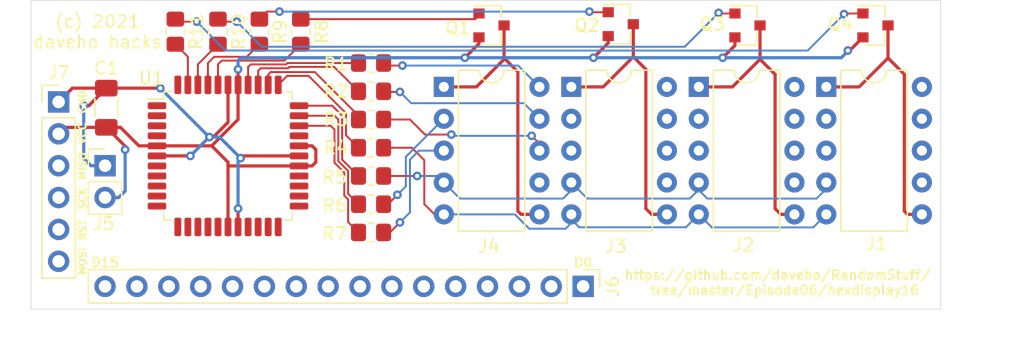
<source format=kicad_pcb>
(kicad_pcb (version 20171130) (host pcbnew 5.1.9-73d0e3b20d~88~ubuntu20.04.1)

  (general
    (thickness 1.6)
    (drawings 15)
    (tracks 268)
    (zones 0)
    (modules 24)
    (nets 57)
  )

  (page A4)
  (layers
    (0 F.Cu signal)
    (31 B.Cu signal)
    (34 B.Paste user)
    (35 F.Paste user)
    (36 B.SilkS user)
    (37 F.SilkS user)
    (38 B.Mask user)
    (39 F.Mask user)
    (44 Edge.Cuts user)
    (45 Margin user)
    (46 B.CrtYd user)
    (47 F.CrtYd user)
    (48 B.Fab user)
    (49 F.Fab user)
  )

  (setup
    (last_trace_width 0.1524)
    (user_trace_width 0.1524)
    (user_trace_width 0.254)
    (user_trace_width 0.381)
    (trace_clearance 0.1524)
    (zone_clearance 0.508)
    (zone_45_only no)
    (trace_min 0.1524)
    (via_size 0.6858)
    (via_drill 0.3302)
    (via_min_size 0.6858)
    (via_min_drill 0.3302)
    (uvia_size 0.6858)
    (uvia_drill 0.3302)
    (uvias_allowed no)
    (uvia_min_size 0)
    (uvia_min_drill 0)
    (edge_width 0.05)
    (segment_width 0.2)
    (pcb_text_width 0.3)
    (pcb_text_size 1.5 1.5)
    (mod_edge_width 0.12)
    (mod_text_size 1 1)
    (mod_text_width 0.15)
    (pad_size 1.524 1.524)
    (pad_drill 0.762)
    (pad_to_mask_clearance 0.0508)
    (aux_axis_origin 0 0)
    (visible_elements FFFFFF7F)
    (pcbplotparams
      (layerselection 0x010fc_ffffffff)
      (usegerberextensions false)
      (usegerberattributes true)
      (usegerberadvancedattributes true)
      (creategerberjobfile true)
      (excludeedgelayer true)
      (linewidth 0.100000)
      (plotframeref false)
      (viasonmask false)
      (mode 1)
      (useauxorigin false)
      (hpglpennumber 1)
      (hpglpenspeed 20)
      (hpglpendiameter 15.000000)
      (psnegative false)
      (psa4output false)
      (plotreference true)
      (plotvalue true)
      (plotinvisibletext false)
      (padsonsilk false)
      (subtractmaskfromsilk false)
      (outputformat 1)
      (mirror false)
      (drillshape 1)
      (scaleselection 1)
      (outputdirectory ""))
  )

  (net 0 "")
  (net 1 VCC)
  (net 2 GND)
  (net 3 /CA4)
  (net 4 /F)
  (net 5 "Net-(J1-Pad7)")
  (net 6 /G)
  (net 7 /C)
  (net 8 /E)
  (net 9 /B)
  (net 10 /D)
  (net 11 /A)
  (net 12 "Net-(J2-Pad7)")
  (net 13 /CA3)
  (net 14 /CA2)
  (net 15 "Net-(J3-Pad7)")
  (net 16 "Net-(J4-Pad7)")
  (net 17 /CA1)
  (net 18 /D0)
  (net 19 /D1)
  (net 20 /D2)
  (net 21 /D3)
  (net 22 /D4)
  (net 23 /D5)
  (net 24 /D6)
  (net 25 /D7)
  (net 26 /D8)
  (net 27 /D9)
  (net 28 /D10)
  (net 29 /D11)
  (net 30 /D12)
  (net 31 /D13)
  (net 32 /D14)
  (net 33 /D15)
  (net 34 /MISO)
  (net 35 /SCK)
  (net 36 /~RESET)
  (net 37 /MOSI)
  (net 38 "Net-(Q1-Pad1)")
  (net 39 "Net-(Q2-Pad1)")
  (net 40 "Net-(Q3-Pad1)")
  (net 41 "Net-(Q4-Pad1)")
  (net 42 "Net-(R1-Pad1)")
  (net 43 "Net-(R2-Pad1)")
  (net 44 "Net-(R3-Pad1)")
  (net 45 "Net-(R4-Pad1)")
  (net 46 "Net-(R5-Pad1)")
  (net 47 "Net-(R6-Pad1)")
  (net 48 "Net-(R7-Pad1)")
  (net 49 "Net-(R8-Pad2)")
  (net 50 "Net-(R9-Pad2)")
  (net 51 "Net-(R10-Pad2)")
  (net 52 "Net-(R11-Pad2)")
  (net 53 "Net-(U1-Pad7)")
  (net 54 "Net-(U1-Pad8)")
  (net 55 "Net-(U1-Pad30)")
  (net 56 "Net-(U1-Pad44)")

  (net_class Default "This is the default net class."
    (clearance 0.1524)
    (trace_width 0.1524)
    (via_dia 0.6858)
    (via_drill 0.3302)
    (uvia_dia 0.6858)
    (uvia_drill 0.3302)
    (add_net /A)
    (add_net /B)
    (add_net /C)
    (add_net /CA1)
    (add_net /CA2)
    (add_net /CA3)
    (add_net /CA4)
    (add_net /D)
    (add_net /D0)
    (add_net /D1)
    (add_net /D10)
    (add_net /D11)
    (add_net /D12)
    (add_net /D13)
    (add_net /D14)
    (add_net /D15)
    (add_net /D2)
    (add_net /D3)
    (add_net /D4)
    (add_net /D5)
    (add_net /D6)
    (add_net /D7)
    (add_net /D8)
    (add_net /D9)
    (add_net /E)
    (add_net /F)
    (add_net /G)
    (add_net /MISO)
    (add_net /MOSI)
    (add_net /SCK)
    (add_net /~RESET)
    (add_net GND)
    (add_net "Net-(J1-Pad7)")
    (add_net "Net-(J2-Pad7)")
    (add_net "Net-(J3-Pad7)")
    (add_net "Net-(J4-Pad7)")
    (add_net "Net-(Q1-Pad1)")
    (add_net "Net-(Q2-Pad1)")
    (add_net "Net-(Q3-Pad1)")
    (add_net "Net-(Q4-Pad1)")
    (add_net "Net-(R1-Pad1)")
    (add_net "Net-(R10-Pad2)")
    (add_net "Net-(R11-Pad2)")
    (add_net "Net-(R2-Pad1)")
    (add_net "Net-(R3-Pad1)")
    (add_net "Net-(R4-Pad1)")
    (add_net "Net-(R5-Pad1)")
    (add_net "Net-(R6-Pad1)")
    (add_net "Net-(R7-Pad1)")
    (add_net "Net-(R8-Pad2)")
    (add_net "Net-(R9-Pad2)")
    (add_net "Net-(U1-Pad30)")
    (add_net "Net-(U1-Pad44)")
    (add_net "Net-(U1-Pad7)")
    (add_net "Net-(U1-Pad8)")
    (add_net VCC)
  )

  (module Capacitor_SMD:C_1206_3216Metric_Pad1.33x1.80mm_HandSolder (layer F.Cu) (tedit 5F68FEEF) (tstamp 60446904)
    (at 82 125.7625 90)
    (descr "Capacitor SMD 1206 (3216 Metric), square (rectangular) end terminal, IPC_7351 nominal with elongated pad for handsoldering. (Body size source: IPC-SM-782 page 76, https://www.pcb-3d.com/wordpress/wp-content/uploads/ipc-sm-782a_amendment_1_and_2.pdf), generated with kicad-footprint-generator")
    (tags "capacitor handsolder")
    (path /606D296E)
    (attr smd)
    (fp_text reference C1 (at 3.1625 0 180) (layer F.SilkS)
      (effects (font (size 1 1) (thickness 0.15)))
    )
    (fp_text value 100nF (at 0 1.85 90) (layer F.Fab)
      (effects (font (size 1 1) (thickness 0.15)))
    )
    (fp_line (start 2.48 1.15) (end -2.48 1.15) (layer F.CrtYd) (width 0.05))
    (fp_line (start 2.48 -1.15) (end 2.48 1.15) (layer F.CrtYd) (width 0.05))
    (fp_line (start -2.48 -1.15) (end 2.48 -1.15) (layer F.CrtYd) (width 0.05))
    (fp_line (start -2.48 1.15) (end -2.48 -1.15) (layer F.CrtYd) (width 0.05))
    (fp_line (start -0.711252 0.91) (end 0.711252 0.91) (layer F.SilkS) (width 0.12))
    (fp_line (start -0.711252 -0.91) (end 0.711252 -0.91) (layer F.SilkS) (width 0.12))
    (fp_line (start 1.6 0.8) (end -1.6 0.8) (layer F.Fab) (width 0.1))
    (fp_line (start 1.6 -0.8) (end 1.6 0.8) (layer F.Fab) (width 0.1))
    (fp_line (start -1.6 -0.8) (end 1.6 -0.8) (layer F.Fab) (width 0.1))
    (fp_line (start -1.6 0.8) (end -1.6 -0.8) (layer F.Fab) (width 0.1))
    (fp_text user %R (at 0 0 90) (layer F.Fab)
      (effects (font (size 0.8 0.8) (thickness 0.12)))
    )
    (pad 1 smd roundrect (at -1.5625 0 90) (size 1.325 1.8) (layers F.Cu F.Paste F.Mask) (roundrect_rratio 0.188679)
      (net 1 VCC))
    (pad 2 smd roundrect (at 1.5625 0 90) (size 1.325 1.8) (layers F.Cu F.Paste F.Mask) (roundrect_rratio 0.188679)
      (net 2 GND))
    (model ${KISYS3DMOD}/Capacitor_SMD.3dshapes/C_1206_3216Metric.wrl
      (at (xyz 0 0 0))
      (scale (xyz 1 1 1))
      (rotate (xyz 0 0 0))
    )
  )

  (module Package_DIP:DIP-10_W7.62mm (layer F.Cu) (tedit 5A02E8C5) (tstamp 60446922)
    (at 139.38 124.1)
    (descr "10-lead though-hole mounted DIP package, row spacing 7.62 mm (300 mils)")
    (tags "THT DIP DIL PDIP 2.54mm 7.62mm 300mil")
    (path /6060FA50)
    (fp_text reference J1 (at 4.02 12.5) (layer F.SilkS)
      (effects (font (size 1 1) (thickness 0.15)))
    )
    (fp_text value Conn_02x05_Counter_Clockwise (at 3.81 12.49) (layer F.Fab)
      (effects (font (size 1 1) (thickness 0.15)))
    )
    (fp_line (start 8.7 -1.55) (end -1.1 -1.55) (layer F.CrtYd) (width 0.05))
    (fp_line (start 8.7 11.7) (end 8.7 -1.55) (layer F.CrtYd) (width 0.05))
    (fp_line (start -1.1 11.7) (end 8.7 11.7) (layer F.CrtYd) (width 0.05))
    (fp_line (start -1.1 -1.55) (end -1.1 11.7) (layer F.CrtYd) (width 0.05))
    (fp_line (start 6.46 -1.33) (end 4.81 -1.33) (layer F.SilkS) (width 0.12))
    (fp_line (start 6.46 11.49) (end 6.46 -1.33) (layer F.SilkS) (width 0.12))
    (fp_line (start 1.16 11.49) (end 6.46 11.49) (layer F.SilkS) (width 0.12))
    (fp_line (start 1.16 -1.33) (end 1.16 11.49) (layer F.SilkS) (width 0.12))
    (fp_line (start 2.81 -1.33) (end 1.16 -1.33) (layer F.SilkS) (width 0.12))
    (fp_line (start 0.635 -0.27) (end 1.635 -1.27) (layer F.Fab) (width 0.1))
    (fp_line (start 0.635 11.43) (end 0.635 -0.27) (layer F.Fab) (width 0.1))
    (fp_line (start 6.985 11.43) (end 0.635 11.43) (layer F.Fab) (width 0.1))
    (fp_line (start 6.985 -1.27) (end 6.985 11.43) (layer F.Fab) (width 0.1))
    (fp_line (start 1.635 -1.27) (end 6.985 -1.27) (layer F.Fab) (width 0.1))
    (fp_arc (start 3.81 -1.33) (end 2.81 -1.33) (angle -180) (layer F.SilkS) (width 0.12))
    (fp_text user %R (at 3.81 5.08) (layer F.Fab)
      (effects (font (size 1 1) (thickness 0.15)))
    )
    (pad 1 thru_hole rect (at 0 0) (size 1.6 1.6) (drill 0.8) (layers *.Cu *.Mask)
      (net 3 /CA4))
    (pad 6 thru_hole oval (at 7.62 10.16) (size 1.6 1.6) (drill 0.8) (layers *.Cu *.Mask)
      (net 3 /CA4))
    (pad 2 thru_hole oval (at 0 2.54) (size 1.6 1.6) (drill 0.8) (layers *.Cu *.Mask)
      (net 4 /F))
    (pad 7 thru_hole oval (at 7.62 7.62) (size 1.6 1.6) (drill 0.8) (layers *.Cu *.Mask)
      (net 5 "Net-(J1-Pad7)"))
    (pad 3 thru_hole oval (at 0 5.08) (size 1.6 1.6) (drill 0.8) (layers *.Cu *.Mask)
      (net 6 /G))
    (pad 8 thru_hole oval (at 7.62 5.08) (size 1.6 1.6) (drill 0.8) (layers *.Cu *.Mask)
      (net 7 /C))
    (pad 4 thru_hole oval (at 0 7.62) (size 1.6 1.6) (drill 0.8) (layers *.Cu *.Mask)
      (net 8 /E))
    (pad 9 thru_hole oval (at 7.62 2.54) (size 1.6 1.6) (drill 0.8) (layers *.Cu *.Mask)
      (net 9 /B))
    (pad 5 thru_hole oval (at 0 10.16) (size 1.6 1.6) (drill 0.8) (layers *.Cu *.Mask)
      (net 10 /D))
    (pad 10 thru_hole oval (at 7.62 0) (size 1.6 1.6) (drill 0.8) (layers *.Cu *.Mask)
      (net 11 /A))
    (model ${KISYS3DMOD}/Package_DIP.3dshapes/DIP-10_W7.62mm.wrl
      (at (xyz 0 0 0))
      (scale (xyz 1 1 1))
      (rotate (xyz 0 0 0))
    )
  )

  (module Package_DIP:DIP-10_W7.62mm (layer F.Cu) (tedit 5A02E8C5) (tstamp 60446940)
    (at 129.22 124.1)
    (descr "10-lead though-hole mounted DIP package, row spacing 7.62 mm (300 mils)")
    (tags "THT DIP DIL PDIP 2.54mm 7.62mm 300mil")
    (path /60639211)
    (fp_text reference J2 (at 3.58 12.6) (layer F.SilkS)
      (effects (font (size 1 1) (thickness 0.15)))
    )
    (fp_text value Conn_02x05_Counter_Clockwise (at 3.81 12.49) (layer F.Fab)
      (effects (font (size 1 1) (thickness 0.15)))
    )
    (fp_line (start 1.635 -1.27) (end 6.985 -1.27) (layer F.Fab) (width 0.1))
    (fp_line (start 6.985 -1.27) (end 6.985 11.43) (layer F.Fab) (width 0.1))
    (fp_line (start 6.985 11.43) (end 0.635 11.43) (layer F.Fab) (width 0.1))
    (fp_line (start 0.635 11.43) (end 0.635 -0.27) (layer F.Fab) (width 0.1))
    (fp_line (start 0.635 -0.27) (end 1.635 -1.27) (layer F.Fab) (width 0.1))
    (fp_line (start 2.81 -1.33) (end 1.16 -1.33) (layer F.SilkS) (width 0.12))
    (fp_line (start 1.16 -1.33) (end 1.16 11.49) (layer F.SilkS) (width 0.12))
    (fp_line (start 1.16 11.49) (end 6.46 11.49) (layer F.SilkS) (width 0.12))
    (fp_line (start 6.46 11.49) (end 6.46 -1.33) (layer F.SilkS) (width 0.12))
    (fp_line (start 6.46 -1.33) (end 4.81 -1.33) (layer F.SilkS) (width 0.12))
    (fp_line (start -1.1 -1.55) (end -1.1 11.7) (layer F.CrtYd) (width 0.05))
    (fp_line (start -1.1 11.7) (end 8.7 11.7) (layer F.CrtYd) (width 0.05))
    (fp_line (start 8.7 11.7) (end 8.7 -1.55) (layer F.CrtYd) (width 0.05))
    (fp_line (start 8.7 -1.55) (end -1.1 -1.55) (layer F.CrtYd) (width 0.05))
    (fp_text user %R (at 3.81 5.08) (layer F.Fab)
      (effects (font (size 1 1) (thickness 0.15)))
    )
    (fp_arc (start 3.81 -1.33) (end 2.81 -1.33) (angle -180) (layer F.SilkS) (width 0.12))
    (pad 10 thru_hole oval (at 7.62 0) (size 1.6 1.6) (drill 0.8) (layers *.Cu *.Mask)
      (net 11 /A))
    (pad 5 thru_hole oval (at 0 10.16) (size 1.6 1.6) (drill 0.8) (layers *.Cu *.Mask)
      (net 10 /D))
    (pad 9 thru_hole oval (at 7.62 2.54) (size 1.6 1.6) (drill 0.8) (layers *.Cu *.Mask)
      (net 9 /B))
    (pad 4 thru_hole oval (at 0 7.62) (size 1.6 1.6) (drill 0.8) (layers *.Cu *.Mask)
      (net 8 /E))
    (pad 8 thru_hole oval (at 7.62 5.08) (size 1.6 1.6) (drill 0.8) (layers *.Cu *.Mask)
      (net 7 /C))
    (pad 3 thru_hole oval (at 0 5.08) (size 1.6 1.6) (drill 0.8) (layers *.Cu *.Mask)
      (net 6 /G))
    (pad 7 thru_hole oval (at 7.62 7.62) (size 1.6 1.6) (drill 0.8) (layers *.Cu *.Mask)
      (net 12 "Net-(J2-Pad7)"))
    (pad 2 thru_hole oval (at 0 2.54) (size 1.6 1.6) (drill 0.8) (layers *.Cu *.Mask)
      (net 4 /F))
    (pad 6 thru_hole oval (at 7.62 10.16) (size 1.6 1.6) (drill 0.8) (layers *.Cu *.Mask)
      (net 13 /CA3))
    (pad 1 thru_hole rect (at 0 0) (size 1.6 1.6) (drill 0.8) (layers *.Cu *.Mask)
      (net 13 /CA3))
    (model ${KISYS3DMOD}/Package_DIP.3dshapes/DIP-10_W7.62mm.wrl
      (at (xyz 0 0 0))
      (scale (xyz 1 1 1))
      (rotate (xyz 0 0 0))
    )
  )

  (module Package_DIP:DIP-10_W7.62mm (layer F.Cu) (tedit 5A02E8C5) (tstamp 60448BEA)
    (at 119.06 124.1)
    (descr "10-lead though-hole mounted DIP package, row spacing 7.62 mm (300 mils)")
    (tags "THT DIP DIL PDIP 2.54mm 7.62mm 300mil")
    (path /6064A1C9)
    (fp_text reference J3 (at 3.54 12.7) (layer F.SilkS)
      (effects (font (size 1 1) (thickness 0.15)))
    )
    (fp_text value Conn_02x05_Counter_Clockwise (at 3.81 12.49) (layer F.Fab)
      (effects (font (size 1 1) (thickness 0.15)))
    )
    (fp_line (start 8.7 -1.55) (end -1.1 -1.55) (layer F.CrtYd) (width 0.05))
    (fp_line (start 8.7 11.7) (end 8.7 -1.55) (layer F.CrtYd) (width 0.05))
    (fp_line (start -1.1 11.7) (end 8.7 11.7) (layer F.CrtYd) (width 0.05))
    (fp_line (start -1.1 -1.55) (end -1.1 11.7) (layer F.CrtYd) (width 0.05))
    (fp_line (start 6.46 -1.33) (end 4.81 -1.33) (layer F.SilkS) (width 0.12))
    (fp_line (start 6.46 11.49) (end 6.46 -1.33) (layer F.SilkS) (width 0.12))
    (fp_line (start 1.16 11.49) (end 6.46 11.49) (layer F.SilkS) (width 0.12))
    (fp_line (start 1.16 -1.33) (end 1.16 11.49) (layer F.SilkS) (width 0.12))
    (fp_line (start 2.81 -1.33) (end 1.16 -1.33) (layer F.SilkS) (width 0.12))
    (fp_line (start 0.635 -0.27) (end 1.635 -1.27) (layer F.Fab) (width 0.1))
    (fp_line (start 0.635 11.43) (end 0.635 -0.27) (layer F.Fab) (width 0.1))
    (fp_line (start 6.985 11.43) (end 0.635 11.43) (layer F.Fab) (width 0.1))
    (fp_line (start 6.985 -1.27) (end 6.985 11.43) (layer F.Fab) (width 0.1))
    (fp_line (start 1.635 -1.27) (end 6.985 -1.27) (layer F.Fab) (width 0.1))
    (fp_arc (start 3.81 -1.33) (end 2.81 -1.33) (angle -180) (layer F.SilkS) (width 0.12))
    (fp_text user %R (at 3.81 5.08) (layer F.Fab)
      (effects (font (size 1 1) (thickness 0.15)))
    )
    (pad 1 thru_hole rect (at 0 0) (size 1.6 1.6) (drill 0.8) (layers *.Cu *.Mask)
      (net 14 /CA2))
    (pad 6 thru_hole oval (at 7.62 10.16) (size 1.6 1.6) (drill 0.8) (layers *.Cu *.Mask)
      (net 14 /CA2))
    (pad 2 thru_hole oval (at 0 2.54) (size 1.6 1.6) (drill 0.8) (layers *.Cu *.Mask)
      (net 4 /F))
    (pad 7 thru_hole oval (at 7.62 7.62) (size 1.6 1.6) (drill 0.8) (layers *.Cu *.Mask)
      (net 15 "Net-(J3-Pad7)"))
    (pad 3 thru_hole oval (at 0 5.08) (size 1.6 1.6) (drill 0.8) (layers *.Cu *.Mask)
      (net 6 /G))
    (pad 8 thru_hole oval (at 7.62 5.08) (size 1.6 1.6) (drill 0.8) (layers *.Cu *.Mask)
      (net 7 /C))
    (pad 4 thru_hole oval (at 0 7.62) (size 1.6 1.6) (drill 0.8) (layers *.Cu *.Mask)
      (net 8 /E))
    (pad 9 thru_hole oval (at 7.62 2.54) (size 1.6 1.6) (drill 0.8) (layers *.Cu *.Mask)
      (net 9 /B))
    (pad 5 thru_hole oval (at 0 10.16) (size 1.6 1.6) (drill 0.8) (layers *.Cu *.Mask)
      (net 10 /D))
    (pad 10 thru_hole oval (at 7.62 0) (size 1.6 1.6) (drill 0.8) (layers *.Cu *.Mask)
      (net 11 /A))
    (model ${KISYS3DMOD}/Package_DIP.3dshapes/DIP-10_W7.62mm.wrl
      (at (xyz 0 0 0))
      (scale (xyz 1 1 1))
      (rotate (xyz 0 0 0))
    )
  )

  (module Package_DIP:DIP-10_W7.62mm (layer F.Cu) (tedit 5A02E8C5) (tstamp 6044697C)
    (at 108.9 124.1)
    (descr "10-lead though-hole mounted DIP package, row spacing 7.62 mm (300 mils)")
    (tags "THT DIP DIL PDIP 2.54mm 7.62mm 300mil")
    (path /6064A521)
    (fp_text reference J4 (at 3.6 12.7) (layer F.SilkS)
      (effects (font (size 1 1) (thickness 0.15)))
    )
    (fp_text value Conn_02x05_Counter_Clockwise (at 3.81 12.49) (layer F.Fab)
      (effects (font (size 1 1) (thickness 0.15)))
    )
    (fp_line (start 1.635 -1.27) (end 6.985 -1.27) (layer F.Fab) (width 0.1))
    (fp_line (start 6.985 -1.27) (end 6.985 11.43) (layer F.Fab) (width 0.1))
    (fp_line (start 6.985 11.43) (end 0.635 11.43) (layer F.Fab) (width 0.1))
    (fp_line (start 0.635 11.43) (end 0.635 -0.27) (layer F.Fab) (width 0.1))
    (fp_line (start 0.635 -0.27) (end 1.635 -1.27) (layer F.Fab) (width 0.1))
    (fp_line (start 2.81 -1.33) (end 1.16 -1.33) (layer F.SilkS) (width 0.12))
    (fp_line (start 1.16 -1.33) (end 1.16 11.49) (layer F.SilkS) (width 0.12))
    (fp_line (start 1.16 11.49) (end 6.46 11.49) (layer F.SilkS) (width 0.12))
    (fp_line (start 6.46 11.49) (end 6.46 -1.33) (layer F.SilkS) (width 0.12))
    (fp_line (start 6.46 -1.33) (end 4.81 -1.33) (layer F.SilkS) (width 0.12))
    (fp_line (start -1.1 -1.55) (end -1.1 11.7) (layer F.CrtYd) (width 0.05))
    (fp_line (start -1.1 11.7) (end 8.7 11.7) (layer F.CrtYd) (width 0.05))
    (fp_line (start 8.7 11.7) (end 8.7 -1.55) (layer F.CrtYd) (width 0.05))
    (fp_line (start 8.7 -1.55) (end -1.1 -1.55) (layer F.CrtYd) (width 0.05))
    (fp_text user %R (at 3.8 5.08) (layer F.Fab)
      (effects (font (size 1 1) (thickness 0.15)))
    )
    (fp_arc (start 3.81 -1.33) (end 2.81 -1.33) (angle -180) (layer F.SilkS) (width 0.12))
    (pad 10 thru_hole oval (at 7.62 0) (size 1.6 1.6) (drill 0.8) (layers *.Cu *.Mask)
      (net 11 /A))
    (pad 5 thru_hole oval (at 0 10.16) (size 1.6 1.6) (drill 0.8) (layers *.Cu *.Mask)
      (net 10 /D))
    (pad 9 thru_hole oval (at 7.62 2.54) (size 1.6 1.6) (drill 0.8) (layers *.Cu *.Mask)
      (net 9 /B))
    (pad 4 thru_hole oval (at 0 7.62) (size 1.6 1.6) (drill 0.8) (layers *.Cu *.Mask)
      (net 8 /E))
    (pad 8 thru_hole oval (at 7.62 5.08) (size 1.6 1.6) (drill 0.8) (layers *.Cu *.Mask)
      (net 7 /C))
    (pad 3 thru_hole oval (at 0 5.08) (size 1.6 1.6) (drill 0.8) (layers *.Cu *.Mask)
      (net 6 /G))
    (pad 7 thru_hole oval (at 7.62 7.62) (size 1.6 1.6) (drill 0.8) (layers *.Cu *.Mask)
      (net 16 "Net-(J4-Pad7)"))
    (pad 2 thru_hole oval (at 0 2.54) (size 1.6 1.6) (drill 0.8) (layers *.Cu *.Mask)
      (net 4 /F))
    (pad 6 thru_hole oval (at 7.62 10.16) (size 1.6 1.6) (drill 0.8) (layers *.Cu *.Mask)
      (net 17 /CA1))
    (pad 1 thru_hole rect (at 0 0) (size 1.6 1.6) (drill 0.8) (layers *.Cu *.Mask)
      (net 17 /CA1))
    (model ${KISYS3DMOD}/Package_DIP.3dshapes/DIP-10_W7.62mm.wrl
      (at (xyz 0 0 0))
      (scale (xyz 1 1 1))
      (rotate (xyz 0 0 0))
    )
  )

  (module Connector_PinHeader_2.54mm:PinHeader_1x02_P2.54mm_Vertical (layer F.Cu) (tedit 59FED5CC) (tstamp 60447414)
    (at 81.9 130.38)
    (descr "Through hole straight pin header, 1x02, 2.54mm pitch, single row")
    (tags "Through hole pin header THT 1x02 2.54mm single row")
    (path /6044CE3B)
    (fp_text reference J5 (at -0.1 4.62) (layer F.SilkS)
      (effects (font (size 1 1) (thickness 0.15)))
    )
    (fp_text value Conn_01x02 (at 0 4.87) (layer F.Fab)
      (effects (font (size 1 1) (thickness 0.15)))
    )
    (fp_line (start 1.8 -1.8) (end -1.8 -1.8) (layer F.CrtYd) (width 0.05))
    (fp_line (start 1.8 4.35) (end 1.8 -1.8) (layer F.CrtYd) (width 0.05))
    (fp_line (start -1.8 4.35) (end 1.8 4.35) (layer F.CrtYd) (width 0.05))
    (fp_line (start -1.8 -1.8) (end -1.8 4.35) (layer F.CrtYd) (width 0.05))
    (fp_line (start -1.33 -1.33) (end 0 -1.33) (layer F.SilkS) (width 0.12))
    (fp_line (start -1.33 0) (end -1.33 -1.33) (layer F.SilkS) (width 0.12))
    (fp_line (start -1.33 1.27) (end 1.33 1.27) (layer F.SilkS) (width 0.12))
    (fp_line (start 1.33 1.27) (end 1.33 3.87) (layer F.SilkS) (width 0.12))
    (fp_line (start -1.33 1.27) (end -1.33 3.87) (layer F.SilkS) (width 0.12))
    (fp_line (start -1.33 3.87) (end 1.33 3.87) (layer F.SilkS) (width 0.12))
    (fp_line (start -1.27 -0.635) (end -0.635 -1.27) (layer F.Fab) (width 0.1))
    (fp_line (start -1.27 3.81) (end -1.27 -0.635) (layer F.Fab) (width 0.1))
    (fp_line (start 1.27 3.81) (end -1.27 3.81) (layer F.Fab) (width 0.1))
    (fp_line (start 1.27 -1.27) (end 1.27 3.81) (layer F.Fab) (width 0.1))
    (fp_line (start -0.635 -1.27) (end 1.27 -1.27) (layer F.Fab) (width 0.1))
    (fp_text user %R (at 1.144999 2.544999 90) (layer F.Fab)
      (effects (font (size 1 1) (thickness 0.15)))
    )
    (pad 1 thru_hole rect (at 0 0) (size 1.7 1.7) (drill 1) (layers *.Cu *.Mask)
      (net 2 GND))
    (pad 2 thru_hole oval (at 0 2.54) (size 1.7 1.7) (drill 1) (layers *.Cu *.Mask)
      (net 1 VCC))
    (model ${KISYS3DMOD}/Connector_PinHeader_2.54mm.3dshapes/PinHeader_1x02_P2.54mm_Vertical.wrl
      (at (xyz 0 0 0))
      (scale (xyz 1 1 1))
      (rotate (xyz 0 0 0))
    )
  )

  (module Connector_PinHeader_2.54mm:PinHeader_1x16_P2.54mm_Vertical (layer F.Cu) (tedit 59FED5CC) (tstamp 604469B6)
    (at 120 140 270)
    (descr "Through hole straight pin header, 1x16, 2.54mm pitch, single row")
    (tags "Through hole pin header THT 1x16 2.54mm single row")
    (path /6044F3A1)
    (fp_text reference J6 (at 0 -2.33 90) (layer F.SilkS)
      (effects (font (size 1 1) (thickness 0.15)))
    )
    (fp_text value Conn_01x16 (at 0 40.43 90) (layer F.Fab)
      (effects (font (size 1 1) (thickness 0.15)))
    )
    (fp_line (start 1.8 -1.8) (end -1.8 -1.8) (layer F.CrtYd) (width 0.05))
    (fp_line (start 1.8 39.9) (end 1.8 -1.8) (layer F.CrtYd) (width 0.05))
    (fp_line (start -1.8 39.9) (end 1.8 39.9) (layer F.CrtYd) (width 0.05))
    (fp_line (start -1.8 -1.8) (end -1.8 39.9) (layer F.CrtYd) (width 0.05))
    (fp_line (start -1.33 -1.33) (end 0 -1.33) (layer F.SilkS) (width 0.12))
    (fp_line (start -1.33 0) (end -1.33 -1.33) (layer F.SilkS) (width 0.12))
    (fp_line (start -1.33 1.27) (end 1.33 1.27) (layer F.SilkS) (width 0.12))
    (fp_line (start 1.33 1.27) (end 1.33 39.43) (layer F.SilkS) (width 0.12))
    (fp_line (start -1.33 1.27) (end -1.33 39.43) (layer F.SilkS) (width 0.12))
    (fp_line (start -1.33 39.43) (end 1.33 39.43) (layer F.SilkS) (width 0.12))
    (fp_line (start -1.27 -0.635) (end -0.635 -1.27) (layer F.Fab) (width 0.1))
    (fp_line (start -1.27 39.37) (end -1.27 -0.635) (layer F.Fab) (width 0.1))
    (fp_line (start 1.27 39.37) (end -1.27 39.37) (layer F.Fab) (width 0.1))
    (fp_line (start 1.27 -1.27) (end 1.27 39.37) (layer F.Fab) (width 0.1))
    (fp_line (start -0.635 -1.27) (end 1.27 -1.27) (layer F.Fab) (width 0.1))
    (fp_text user %R (at 0 19.05 180) (layer F.Fab)
      (effects (font (size 1 1) (thickness 0.15)))
    )
    (pad 1 thru_hole rect (at 0 0 270) (size 1.7 1.7) (drill 1) (layers *.Cu *.Mask)
      (net 18 /D0))
    (pad 2 thru_hole oval (at 0 2.54 270) (size 1.7 1.7) (drill 1) (layers *.Cu *.Mask)
      (net 19 /D1))
    (pad 3 thru_hole oval (at 0 5.08 270) (size 1.7 1.7) (drill 1) (layers *.Cu *.Mask)
      (net 20 /D2))
    (pad 4 thru_hole oval (at 0 7.62 270) (size 1.7 1.7) (drill 1) (layers *.Cu *.Mask)
      (net 21 /D3))
    (pad 5 thru_hole oval (at 0 10.16 270) (size 1.7 1.7) (drill 1) (layers *.Cu *.Mask)
      (net 22 /D4))
    (pad 6 thru_hole oval (at 0 12.7 270) (size 1.7 1.7) (drill 1) (layers *.Cu *.Mask)
      (net 23 /D5))
    (pad 7 thru_hole oval (at 0 15.24 270) (size 1.7 1.7) (drill 1) (layers *.Cu *.Mask)
      (net 24 /D6))
    (pad 8 thru_hole oval (at 0 17.78 270) (size 1.7 1.7) (drill 1) (layers *.Cu *.Mask)
      (net 25 /D7))
    (pad 9 thru_hole oval (at 0 20.32 270) (size 1.7 1.7) (drill 1) (layers *.Cu *.Mask)
      (net 26 /D8))
    (pad 10 thru_hole oval (at 0 22.86 270) (size 1.7 1.7) (drill 1) (layers *.Cu *.Mask)
      (net 27 /D9))
    (pad 11 thru_hole oval (at 0 25.4 270) (size 1.7 1.7) (drill 1) (layers *.Cu *.Mask)
      (net 28 /D10))
    (pad 12 thru_hole oval (at 0 27.94 270) (size 1.7 1.7) (drill 1) (layers *.Cu *.Mask)
      (net 29 /D11))
    (pad 13 thru_hole oval (at 0 30.48 270) (size 1.7 1.7) (drill 1) (layers *.Cu *.Mask)
      (net 30 /D12))
    (pad 14 thru_hole oval (at 0 33.02 270) (size 1.7 1.7) (drill 1) (layers *.Cu *.Mask)
      (net 31 /D13))
    (pad 15 thru_hole oval (at 0 35.56 270) (size 1.7 1.7) (drill 1) (layers *.Cu *.Mask)
      (net 32 /D14))
    (pad 16 thru_hole oval (at 0 38.1 270) (size 1.7 1.7) (drill 1) (layers *.Cu *.Mask)
      (net 33 /D15))
    (model ${KISYS3DMOD}/Connector_PinHeader_2.54mm.3dshapes/PinHeader_1x16_P2.54mm_Vertical.wrl
      (at (xyz 0 0 0))
      (scale (xyz 1 1 1))
      (rotate (xyz 0 0 0))
    )
  )

  (module Connector_PinHeader_2.54mm:PinHeader_1x06_P2.54mm_Vertical (layer F.Cu) (tedit 59FED5CC) (tstamp 604469D0)
    (at 78.2 125.3)
    (descr "Through hole straight pin header, 1x06, 2.54mm pitch, single row")
    (tags "Through hole pin header THT 1x06 2.54mm single row")
    (path /604FDEE5)
    (fp_text reference J7 (at 0 -2.33) (layer F.SilkS)
      (effects (font (size 1 1) (thickness 0.15)))
    )
    (fp_text value Conn_01x06 (at 0 15.03) (layer F.Fab)
      (effects (font (size 1 1) (thickness 0.15)))
    )
    (fp_line (start 1.8 -1.8) (end -1.8 -1.8) (layer F.CrtYd) (width 0.05))
    (fp_line (start 1.8 14.5) (end 1.8 -1.8) (layer F.CrtYd) (width 0.05))
    (fp_line (start -1.8 14.5) (end 1.8 14.5) (layer F.CrtYd) (width 0.05))
    (fp_line (start -1.8 -1.8) (end -1.8 14.5) (layer F.CrtYd) (width 0.05))
    (fp_line (start -1.33 -1.33) (end 0 -1.33) (layer F.SilkS) (width 0.12))
    (fp_line (start -1.33 0) (end -1.33 -1.33) (layer F.SilkS) (width 0.12))
    (fp_line (start -1.33 1.27) (end 1.33 1.27) (layer F.SilkS) (width 0.12))
    (fp_line (start 1.33 1.27) (end 1.33 14.03) (layer F.SilkS) (width 0.12))
    (fp_line (start -1.33 1.27) (end -1.33 14.03) (layer F.SilkS) (width 0.12))
    (fp_line (start -1.33 14.03) (end 1.33 14.03) (layer F.SilkS) (width 0.12))
    (fp_line (start -1.27 -0.635) (end -0.635 -1.27) (layer F.Fab) (width 0.1))
    (fp_line (start -1.27 13.97) (end -1.27 -0.635) (layer F.Fab) (width 0.1))
    (fp_line (start 1.27 13.97) (end -1.27 13.97) (layer F.Fab) (width 0.1))
    (fp_line (start 1.27 -1.27) (end 1.27 13.97) (layer F.Fab) (width 0.1))
    (fp_line (start -0.635 -1.27) (end 1.27 -1.27) (layer F.Fab) (width 0.1))
    (fp_text user %R (at 0 6.35 90) (layer F.Fab)
      (effects (font (size 1 1) (thickness 0.15)))
    )
    (pad 1 thru_hole rect (at 0 0) (size 1.7 1.7) (drill 1) (layers *.Cu *.Mask)
      (net 2 GND))
    (pad 2 thru_hole oval (at 0 2.54) (size 1.7 1.7) (drill 1) (layers *.Cu *.Mask)
      (net 1 VCC))
    (pad 3 thru_hole oval (at 0 5.08) (size 1.7 1.7) (drill 1) (layers *.Cu *.Mask)
      (net 34 /MISO))
    (pad 4 thru_hole oval (at 0 7.62) (size 1.7 1.7) (drill 1) (layers *.Cu *.Mask)
      (net 35 /SCK))
    (pad 5 thru_hole oval (at 0 10.16) (size 1.7 1.7) (drill 1) (layers *.Cu *.Mask)
      (net 36 /~RESET))
    (pad 6 thru_hole oval (at 0 12.7) (size 1.7 1.7) (drill 1) (layers *.Cu *.Mask)
      (net 37 /MOSI))
    (model ${KISYS3DMOD}/Connector_PinHeader_2.54mm.3dshapes/PinHeader_1x06_P2.54mm_Vertical.wrl
      (at (xyz 0 0 0))
      (scale (xyz 1 1 1))
      (rotate (xyz 0 0 0))
    )
  )

  (module Package_TO_SOT_SMD:SOT-23 (layer F.Cu) (tedit 5A02FF57) (tstamp 604469E5)
    (at 112.7 119.2)
    (descr "SOT-23, Standard")
    (tags SOT-23)
    (path /603FB756)
    (attr smd)
    (fp_text reference Q1 (at -2.7 0.2) (layer F.SilkS)
      (effects (font (size 1 1) (thickness 0.15)))
    )
    (fp_text value MMBT3906 (at 0 2.5) (layer F.Fab)
      (effects (font (size 1 1) (thickness 0.15)))
    )
    (fp_line (start -0.7 -0.95) (end -0.7 1.5) (layer F.Fab) (width 0.1))
    (fp_line (start -0.15 -1.52) (end 0.7 -1.52) (layer F.Fab) (width 0.1))
    (fp_line (start -0.7 -0.95) (end -0.15 -1.52) (layer F.Fab) (width 0.1))
    (fp_line (start 0.7 -1.52) (end 0.7 1.52) (layer F.Fab) (width 0.1))
    (fp_line (start -0.7 1.52) (end 0.7 1.52) (layer F.Fab) (width 0.1))
    (fp_line (start 0.76 1.58) (end 0.76 0.65) (layer F.SilkS) (width 0.12))
    (fp_line (start 0.76 -1.58) (end 0.76 -0.65) (layer F.SilkS) (width 0.12))
    (fp_line (start -1.7 -1.75) (end 1.7 -1.75) (layer F.CrtYd) (width 0.05))
    (fp_line (start 1.7 -1.75) (end 1.7 1.75) (layer F.CrtYd) (width 0.05))
    (fp_line (start 1.7 1.75) (end -1.7 1.75) (layer F.CrtYd) (width 0.05))
    (fp_line (start -1.7 1.75) (end -1.7 -1.75) (layer F.CrtYd) (width 0.05))
    (fp_line (start 0.76 -1.58) (end -1.4 -1.58) (layer F.SilkS) (width 0.12))
    (fp_line (start 0.76 1.58) (end -0.7 1.58) (layer F.SilkS) (width 0.12))
    (fp_text user %R (at 0 0 90) (layer F.Fab)
      (effects (font (size 0.5 0.5) (thickness 0.075)))
    )
    (pad 3 smd rect (at 1 0) (size 0.9 0.8) (layers F.Cu F.Paste F.Mask)
      (net 17 /CA1))
    (pad 2 smd rect (at -1 0.95) (size 0.9 0.8) (layers F.Cu F.Paste F.Mask)
      (net 1 VCC))
    (pad 1 smd rect (at -1 -0.95) (size 0.9 0.8) (layers F.Cu F.Paste F.Mask)
      (net 38 "Net-(Q1-Pad1)"))
    (model ${KISYS3DMOD}/Package_TO_SOT_SMD.3dshapes/SOT-23.wrl
      (at (xyz 0 0 0))
      (scale (xyz 1 1 1))
      (rotate (xyz 0 0 0))
    )
  )

  (module Package_TO_SOT_SMD:SOT-23 (layer F.Cu) (tedit 5A02FF57) (tstamp 604469FA)
    (at 123 119.1)
    (descr "SOT-23, Standard")
    (tags SOT-23)
    (path /60417F22)
    (attr smd)
    (fp_text reference Q2 (at -2.7 0.1) (layer F.SilkS)
      (effects (font (size 1 1) (thickness 0.15)))
    )
    (fp_text value MMBT3906 (at 0 2.5) (layer F.Fab)
      (effects (font (size 1 1) (thickness 0.15)))
    )
    (fp_line (start 0.76 1.58) (end -0.7 1.58) (layer F.SilkS) (width 0.12))
    (fp_line (start 0.76 -1.58) (end -1.4 -1.58) (layer F.SilkS) (width 0.12))
    (fp_line (start -1.7 1.75) (end -1.7 -1.75) (layer F.CrtYd) (width 0.05))
    (fp_line (start 1.7 1.75) (end -1.7 1.75) (layer F.CrtYd) (width 0.05))
    (fp_line (start 1.7 -1.75) (end 1.7 1.75) (layer F.CrtYd) (width 0.05))
    (fp_line (start -1.7 -1.75) (end 1.7 -1.75) (layer F.CrtYd) (width 0.05))
    (fp_line (start 0.76 -1.58) (end 0.76 -0.65) (layer F.SilkS) (width 0.12))
    (fp_line (start 0.76 1.58) (end 0.76 0.65) (layer F.SilkS) (width 0.12))
    (fp_line (start -0.7 1.52) (end 0.7 1.52) (layer F.Fab) (width 0.1))
    (fp_line (start 0.7 -1.52) (end 0.7 1.52) (layer F.Fab) (width 0.1))
    (fp_line (start -0.7 -0.95) (end -0.15 -1.52) (layer F.Fab) (width 0.1))
    (fp_line (start -0.15 -1.52) (end 0.7 -1.52) (layer F.Fab) (width 0.1))
    (fp_line (start -0.7 -0.95) (end -0.7 1.5) (layer F.Fab) (width 0.1))
    (fp_text user %R (at 0 0 90) (layer F.Fab)
      (effects (font (size 0.5 0.5) (thickness 0.075)))
    )
    (pad 1 smd rect (at -1 -0.95) (size 0.9 0.8) (layers F.Cu F.Paste F.Mask)
      (net 39 "Net-(Q2-Pad1)"))
    (pad 2 smd rect (at -1 0.95) (size 0.9 0.8) (layers F.Cu F.Paste F.Mask)
      (net 1 VCC))
    (pad 3 smd rect (at 1 0) (size 0.9 0.8) (layers F.Cu F.Paste F.Mask)
      (net 14 /CA2))
    (model ${KISYS3DMOD}/Package_TO_SOT_SMD.3dshapes/SOT-23.wrl
      (at (xyz 0 0 0))
      (scale (xyz 1 1 1))
      (rotate (xyz 0 0 0))
    )
  )

  (module Package_TO_SOT_SMD:SOT-23 (layer F.Cu) (tedit 5A02FF57) (tstamp 60446A0F)
    (at 133.1 119.2)
    (descr "SOT-23, Standard")
    (tags SOT-23)
    (path /6042EE45)
    (attr smd)
    (fp_text reference Q3 (at -2.8 -0.1) (layer F.SilkS)
      (effects (font (size 1 1) (thickness 0.15)))
    )
    (fp_text value MMBT3906 (at 0 2.5) (layer F.Fab)
      (effects (font (size 1 1) (thickness 0.15)))
    )
    (fp_line (start 0.76 1.58) (end -0.7 1.58) (layer F.SilkS) (width 0.12))
    (fp_line (start 0.76 -1.58) (end -1.4 -1.58) (layer F.SilkS) (width 0.12))
    (fp_line (start -1.7 1.75) (end -1.7 -1.75) (layer F.CrtYd) (width 0.05))
    (fp_line (start 1.7 1.75) (end -1.7 1.75) (layer F.CrtYd) (width 0.05))
    (fp_line (start 1.7 -1.75) (end 1.7 1.75) (layer F.CrtYd) (width 0.05))
    (fp_line (start -1.7 -1.75) (end 1.7 -1.75) (layer F.CrtYd) (width 0.05))
    (fp_line (start 0.76 -1.58) (end 0.76 -0.65) (layer F.SilkS) (width 0.12))
    (fp_line (start 0.76 1.58) (end 0.76 0.65) (layer F.SilkS) (width 0.12))
    (fp_line (start -0.7 1.52) (end 0.7 1.52) (layer F.Fab) (width 0.1))
    (fp_line (start 0.7 -1.52) (end 0.7 1.52) (layer F.Fab) (width 0.1))
    (fp_line (start -0.7 -0.95) (end -0.15 -1.52) (layer F.Fab) (width 0.1))
    (fp_line (start -0.15 -1.52) (end 0.7 -1.52) (layer F.Fab) (width 0.1))
    (fp_line (start -0.7 -0.95) (end -0.7 1.5) (layer F.Fab) (width 0.1))
    (fp_text user %R (at 0 0 90) (layer F.Fab)
      (effects (font (size 0.5 0.5) (thickness 0.075)))
    )
    (pad 1 smd rect (at -1 -0.95) (size 0.9 0.8) (layers F.Cu F.Paste F.Mask)
      (net 40 "Net-(Q3-Pad1)"))
    (pad 2 smd rect (at -1 0.95) (size 0.9 0.8) (layers F.Cu F.Paste F.Mask)
      (net 1 VCC))
    (pad 3 smd rect (at 1 0) (size 0.9 0.8) (layers F.Cu F.Paste F.Mask)
      (net 13 /CA3))
    (model ${KISYS3DMOD}/Package_TO_SOT_SMD.3dshapes/SOT-23.wrl
      (at (xyz 0 0 0))
      (scale (xyz 1 1 1))
      (rotate (xyz 0 0 0))
    )
  )

  (module Package_TO_SOT_SMD:SOT-23 (layer F.Cu) (tedit 5A02FF57) (tstamp 6044904B)
    (at 143.3 119.2)
    (descr "SOT-23, Standard")
    (tags SOT-23)
    (path /60444C6E)
    (attr smd)
    (fp_text reference Q4 (at -2.8 -0.1) (layer F.SilkS)
      (effects (font (size 1 1) (thickness 0.15)))
    )
    (fp_text value MMBT3906 (at 0 2.5) (layer F.Fab)
      (effects (font (size 1 1) (thickness 0.15)))
    )
    (fp_line (start -0.7 -0.95) (end -0.7 1.5) (layer F.Fab) (width 0.1))
    (fp_line (start -0.15 -1.52) (end 0.7 -1.52) (layer F.Fab) (width 0.1))
    (fp_line (start -0.7 -0.95) (end -0.15 -1.52) (layer F.Fab) (width 0.1))
    (fp_line (start 0.7 -1.52) (end 0.7 1.52) (layer F.Fab) (width 0.1))
    (fp_line (start -0.7 1.52) (end 0.7 1.52) (layer F.Fab) (width 0.1))
    (fp_line (start 0.76 1.58) (end 0.76 0.65) (layer F.SilkS) (width 0.12))
    (fp_line (start 0.76 -1.58) (end 0.76 -0.65) (layer F.SilkS) (width 0.12))
    (fp_line (start -1.7 -1.75) (end 1.7 -1.75) (layer F.CrtYd) (width 0.05))
    (fp_line (start 1.7 -1.75) (end 1.7 1.75) (layer F.CrtYd) (width 0.05))
    (fp_line (start 1.7 1.75) (end -1.7 1.75) (layer F.CrtYd) (width 0.05))
    (fp_line (start -1.7 1.75) (end -1.7 -1.75) (layer F.CrtYd) (width 0.05))
    (fp_line (start 0.76 -1.58) (end -1.4 -1.58) (layer F.SilkS) (width 0.12))
    (fp_line (start 0.76 1.58) (end -0.7 1.58) (layer F.SilkS) (width 0.12))
    (fp_text user %R (at 0 0 90) (layer F.Fab)
      (effects (font (size 0.5 0.5) (thickness 0.075)))
    )
    (pad 3 smd rect (at 1 0) (size 0.9 0.8) (layers F.Cu F.Paste F.Mask)
      (net 3 /CA4))
    (pad 2 smd rect (at -1 0.95) (size 0.9 0.8) (layers F.Cu F.Paste F.Mask)
      (net 1 VCC))
    (pad 1 smd rect (at -1 -0.95) (size 0.9 0.8) (layers F.Cu F.Paste F.Mask)
      (net 41 "Net-(Q4-Pad1)"))
    (model ${KISYS3DMOD}/Package_TO_SOT_SMD.3dshapes/SOT-23.wrl
      (at (xyz 0 0 0))
      (scale (xyz 1 1 1))
      (rotate (xyz 0 0 0))
    )
  )

  (module Resistor_SMD:R_0805_2012Metric_Pad1.20x1.40mm_HandSolder (layer F.Cu) (tedit 5F68FEEE) (tstamp 60448563)
    (at 103.1 122.2)
    (descr "Resistor SMD 0805 (2012 Metric), square (rectangular) end terminal, IPC_7351 nominal with elongated pad for handsoldering. (Body size source: IPC-SM-782 page 72, https://www.pcb-3d.com/wordpress/wp-content/uploads/ipc-sm-782a_amendment_1_and_2.pdf), generated with kicad-footprint-generator")
    (tags "resistor handsolder")
    (path /603D8792)
    (attr smd)
    (fp_text reference R1 (at -2.8 0.1) (layer F.SilkS)
      (effects (font (size 1 1) (thickness 0.15)))
    )
    (fp_text value 330 (at 0 1.65) (layer F.Fab)
      (effects (font (size 1 1) (thickness 0.15)))
    )
    (fp_line (start 1.85 0.95) (end -1.85 0.95) (layer F.CrtYd) (width 0.05))
    (fp_line (start 1.85 -0.95) (end 1.85 0.95) (layer F.CrtYd) (width 0.05))
    (fp_line (start -1.85 -0.95) (end 1.85 -0.95) (layer F.CrtYd) (width 0.05))
    (fp_line (start -1.85 0.95) (end -1.85 -0.95) (layer F.CrtYd) (width 0.05))
    (fp_line (start -0.227064 0.735) (end 0.227064 0.735) (layer F.SilkS) (width 0.12))
    (fp_line (start -0.227064 -0.735) (end 0.227064 -0.735) (layer F.SilkS) (width 0.12))
    (fp_line (start 1 0.625) (end -1 0.625) (layer F.Fab) (width 0.1))
    (fp_line (start 1 -0.625) (end 1 0.625) (layer F.Fab) (width 0.1))
    (fp_line (start -1 -0.625) (end 1 -0.625) (layer F.Fab) (width 0.1))
    (fp_line (start -1 0.625) (end -1 -0.625) (layer F.Fab) (width 0.1))
    (fp_text user %R (at 0 0) (layer F.Fab)
      (effects (font (size 0.5 0.5) (thickness 0.08)))
    )
    (pad 1 smd roundrect (at -1 0) (size 1.2 1.4) (layers F.Cu F.Paste F.Mask) (roundrect_rratio 0.208333)
      (net 42 "Net-(R1-Pad1)"))
    (pad 2 smd roundrect (at 1 0) (size 1.2 1.4) (layers F.Cu F.Paste F.Mask) (roundrect_rratio 0.208333)
      (net 11 /A))
    (model ${KISYS3DMOD}/Resistor_SMD.3dshapes/R_0805_2012Metric.wrl
      (at (xyz 0 0 0))
      (scale (xyz 1 1 1))
      (rotate (xyz 0 0 0))
    )
  )

  (module Resistor_SMD:R_0805_2012Metric_Pad1.20x1.40mm_HandSolder (layer F.Cu) (tedit 5F68FEEE) (tstamp 604485C3)
    (at 103.1 124.45)
    (descr "Resistor SMD 0805 (2012 Metric), square (rectangular) end terminal, IPC_7351 nominal with elongated pad for handsoldering. (Body size source: IPC-SM-782 page 72, https://www.pcb-3d.com/wordpress/wp-content/uploads/ipc-sm-782a_amendment_1_and_2.pdf), generated with kicad-footprint-generator")
    (tags "resistor handsolder")
    (path /603DFBC0)
    (attr smd)
    (fp_text reference R2 (at -2.8 0) (layer F.SilkS)
      (effects (font (size 1 1) (thickness 0.15)))
    )
    (fp_text value 330 (at 0 1.65) (layer F.Fab)
      (effects (font (size 1 1) (thickness 0.15)))
    )
    (fp_line (start -1 0.625) (end -1 -0.625) (layer F.Fab) (width 0.1))
    (fp_line (start -1 -0.625) (end 1 -0.625) (layer F.Fab) (width 0.1))
    (fp_line (start 1 -0.625) (end 1 0.625) (layer F.Fab) (width 0.1))
    (fp_line (start 1 0.625) (end -1 0.625) (layer F.Fab) (width 0.1))
    (fp_line (start -0.227064 -0.735) (end 0.227064 -0.735) (layer F.SilkS) (width 0.12))
    (fp_line (start -0.227064 0.735) (end 0.227064 0.735) (layer F.SilkS) (width 0.12))
    (fp_line (start -1.85 0.95) (end -1.85 -0.95) (layer F.CrtYd) (width 0.05))
    (fp_line (start -1.85 -0.95) (end 1.85 -0.95) (layer F.CrtYd) (width 0.05))
    (fp_line (start 1.85 -0.95) (end 1.85 0.95) (layer F.CrtYd) (width 0.05))
    (fp_line (start 1.85 0.95) (end -1.85 0.95) (layer F.CrtYd) (width 0.05))
    (fp_text user %R (at 0 0) (layer F.Fab)
      (effects (font (size 0.5 0.5) (thickness 0.08)))
    )
    (pad 2 smd roundrect (at 1 0) (size 1.2 1.4) (layers F.Cu F.Paste F.Mask) (roundrect_rratio 0.208333)
      (net 9 /B))
    (pad 1 smd roundrect (at -1 0) (size 1.2 1.4) (layers F.Cu F.Paste F.Mask) (roundrect_rratio 0.208333)
      (net 43 "Net-(R2-Pad1)"))
    (model ${KISYS3DMOD}/Resistor_SMD.3dshapes/R_0805_2012Metric.wrl
      (at (xyz 0 0 0))
      (scale (xyz 1 1 1))
      (rotate (xyz 0 0 0))
    )
  )

  (module Resistor_SMD:R_0805_2012Metric_Pad1.20x1.40mm_HandSolder (layer F.Cu) (tedit 5F68FEEE) (tstamp 60448503)
    (at 103.1 126.7)
    (descr "Resistor SMD 0805 (2012 Metric), square (rectangular) end terminal, IPC_7351 nominal with elongated pad for handsoldering. (Body size source: IPC-SM-782 page 72, https://www.pcb-3d.com/wordpress/wp-content/uploads/ipc-sm-782a_amendment_1_and_2.pdf), generated with kicad-footprint-generator")
    (tags "resistor handsolder")
    (path /603E27DC)
    (attr smd)
    (fp_text reference R3 (at -2.8 0) (layer F.SilkS)
      (effects (font (size 1 1) (thickness 0.15)))
    )
    (fp_text value 330 (at 0 1.65) (layer F.Fab)
      (effects (font (size 1 1) (thickness 0.15)))
    )
    (fp_line (start 1.85 0.95) (end -1.85 0.95) (layer F.CrtYd) (width 0.05))
    (fp_line (start 1.85 -0.95) (end 1.85 0.95) (layer F.CrtYd) (width 0.05))
    (fp_line (start -1.85 -0.95) (end 1.85 -0.95) (layer F.CrtYd) (width 0.05))
    (fp_line (start -1.85 0.95) (end -1.85 -0.95) (layer F.CrtYd) (width 0.05))
    (fp_line (start -0.227064 0.735) (end 0.227064 0.735) (layer F.SilkS) (width 0.12))
    (fp_line (start -0.227064 -0.735) (end 0.227064 -0.735) (layer F.SilkS) (width 0.12))
    (fp_line (start 1 0.625) (end -1 0.625) (layer F.Fab) (width 0.1))
    (fp_line (start 1 -0.625) (end 1 0.625) (layer F.Fab) (width 0.1))
    (fp_line (start -1 -0.625) (end 1 -0.625) (layer F.Fab) (width 0.1))
    (fp_line (start -1 0.625) (end -1 -0.625) (layer F.Fab) (width 0.1))
    (fp_text user %R (at 0 0) (layer F.Fab)
      (effects (font (size 0.5 0.5) (thickness 0.08)))
    )
    (pad 1 smd roundrect (at -1 0) (size 1.2 1.4) (layers F.Cu F.Paste F.Mask) (roundrect_rratio 0.208333)
      (net 44 "Net-(R3-Pad1)"))
    (pad 2 smd roundrect (at 1 0) (size 1.2 1.4) (layers F.Cu F.Paste F.Mask) (roundrect_rratio 0.208333)
      (net 7 /C))
    (model ${KISYS3DMOD}/Resistor_SMD.3dshapes/R_0805_2012Metric.wrl
      (at (xyz 0 0 0))
      (scale (xyz 1 1 1))
      (rotate (xyz 0 0 0))
    )
  )

  (module Resistor_SMD:R_0805_2012Metric_Pad1.20x1.40mm_HandSolder (layer F.Cu) (tedit 5F68FEEE) (tstamp 60448533)
    (at 103.1 128.95)
    (descr "Resistor SMD 0805 (2012 Metric), square (rectangular) end terminal, IPC_7351 nominal with elongated pad for handsoldering. (Body size source: IPC-SM-782 page 72, https://www.pcb-3d.com/wordpress/wp-content/uploads/ipc-sm-782a_amendment_1_and_2.pdf), generated with kicad-footprint-generator")
    (tags "resistor handsolder")
    (path /603E287F)
    (attr smd)
    (fp_text reference R4 (at -2.8 0) (layer F.SilkS)
      (effects (font (size 1 1) (thickness 0.15)))
    )
    (fp_text value 330 (at 0 1.65) (layer F.Fab)
      (effects (font (size 1 1) (thickness 0.15)))
    )
    (fp_line (start -1 0.625) (end -1 -0.625) (layer F.Fab) (width 0.1))
    (fp_line (start -1 -0.625) (end 1 -0.625) (layer F.Fab) (width 0.1))
    (fp_line (start 1 -0.625) (end 1 0.625) (layer F.Fab) (width 0.1))
    (fp_line (start 1 0.625) (end -1 0.625) (layer F.Fab) (width 0.1))
    (fp_line (start -0.227064 -0.735) (end 0.227064 -0.735) (layer F.SilkS) (width 0.12))
    (fp_line (start -0.227064 0.735) (end 0.227064 0.735) (layer F.SilkS) (width 0.12))
    (fp_line (start -1.85 0.95) (end -1.85 -0.95) (layer F.CrtYd) (width 0.05))
    (fp_line (start -1.85 -0.95) (end 1.85 -0.95) (layer F.CrtYd) (width 0.05))
    (fp_line (start 1.85 -0.95) (end 1.85 0.95) (layer F.CrtYd) (width 0.05))
    (fp_line (start 1.85 0.95) (end -1.85 0.95) (layer F.CrtYd) (width 0.05))
    (fp_text user %R (at 0 0) (layer F.Fab)
      (effects (font (size 0.5 0.5) (thickness 0.08)))
    )
    (pad 2 smd roundrect (at 1 0) (size 1.2 1.4) (layers F.Cu F.Paste F.Mask) (roundrect_rratio 0.208333)
      (net 10 /D))
    (pad 1 smd roundrect (at -1 0) (size 1.2 1.4) (layers F.Cu F.Paste F.Mask) (roundrect_rratio 0.208333)
      (net 45 "Net-(R4-Pad1)"))
    (model ${KISYS3DMOD}/Resistor_SMD.3dshapes/R_0805_2012Metric.wrl
      (at (xyz 0 0 0))
      (scale (xyz 1 1 1))
      (rotate (xyz 0 0 0))
    )
  )

  (module Resistor_SMD:R_0805_2012Metric_Pad1.20x1.40mm_HandSolder (layer F.Cu) (tedit 5F68FEEE) (tstamp 604485F3)
    (at 103.1 131.2)
    (descr "Resistor SMD 0805 (2012 Metric), square (rectangular) end terminal, IPC_7351 nominal with elongated pad for handsoldering. (Body size source: IPC-SM-782 page 72, https://www.pcb-3d.com/wordpress/wp-content/uploads/ipc-sm-782a_amendment_1_and_2.pdf), generated with kicad-footprint-generator")
    (tags "resistor handsolder")
    (path /603E5E32)
    (attr smd)
    (fp_text reference R5 (at -2.9 0.1) (layer F.SilkS)
      (effects (font (size 1 1) (thickness 0.15)))
    )
    (fp_text value 330 (at 0 1.65) (layer F.Fab)
      (effects (font (size 1 1) (thickness 0.15)))
    )
    (fp_line (start 1.85 0.95) (end -1.85 0.95) (layer F.CrtYd) (width 0.05))
    (fp_line (start 1.85 -0.95) (end 1.85 0.95) (layer F.CrtYd) (width 0.05))
    (fp_line (start -1.85 -0.95) (end 1.85 -0.95) (layer F.CrtYd) (width 0.05))
    (fp_line (start -1.85 0.95) (end -1.85 -0.95) (layer F.CrtYd) (width 0.05))
    (fp_line (start -0.227064 0.735) (end 0.227064 0.735) (layer F.SilkS) (width 0.12))
    (fp_line (start -0.227064 -0.735) (end 0.227064 -0.735) (layer F.SilkS) (width 0.12))
    (fp_line (start 1 0.625) (end -1 0.625) (layer F.Fab) (width 0.1))
    (fp_line (start 1 -0.625) (end 1 0.625) (layer F.Fab) (width 0.1))
    (fp_line (start -1 -0.625) (end 1 -0.625) (layer F.Fab) (width 0.1))
    (fp_line (start -1 0.625) (end -1 -0.625) (layer F.Fab) (width 0.1))
    (fp_text user %R (at 0 0) (layer F.Fab)
      (effects (font (size 0.5 0.5) (thickness 0.08)))
    )
    (pad 1 smd roundrect (at -1 0) (size 1.2 1.4) (layers F.Cu F.Paste F.Mask) (roundrect_rratio 0.208333)
      (net 46 "Net-(R5-Pad1)"))
    (pad 2 smd roundrect (at 1 0) (size 1.2 1.4) (layers F.Cu F.Paste F.Mask) (roundrect_rratio 0.208333)
      (net 8 /E))
    (model ${KISYS3DMOD}/Resistor_SMD.3dshapes/R_0805_2012Metric.wrl
      (at (xyz 0 0 0))
      (scale (xyz 1 1 1))
      (rotate (xyz 0 0 0))
    )
  )

  (module Resistor_SMD:R_0805_2012Metric_Pad1.20x1.40mm_HandSolder (layer F.Cu) (tedit 5F68FEEE) (tstamp 60448593)
    (at 103.1 133.45)
    (descr "Resistor SMD 0805 (2012 Metric), square (rectangular) end terminal, IPC_7351 nominal with elongated pad for handsoldering. (Body size source: IPC-SM-782 page 72, https://www.pcb-3d.com/wordpress/wp-content/uploads/ipc-sm-782a_amendment_1_and_2.pdf), generated with kicad-footprint-generator")
    (tags "resistor handsolder")
    (path /603E5EF5)
    (attr smd)
    (fp_text reference R6 (at -2.9 0.1) (layer F.SilkS)
      (effects (font (size 1 1) (thickness 0.15)))
    )
    (fp_text value 330 (at 0 1.65) (layer F.Fab)
      (effects (font (size 1 1) (thickness 0.15)))
    )
    (fp_line (start -1 0.625) (end -1 -0.625) (layer F.Fab) (width 0.1))
    (fp_line (start -1 -0.625) (end 1 -0.625) (layer F.Fab) (width 0.1))
    (fp_line (start 1 -0.625) (end 1 0.625) (layer F.Fab) (width 0.1))
    (fp_line (start 1 0.625) (end -1 0.625) (layer F.Fab) (width 0.1))
    (fp_line (start -0.227064 -0.735) (end 0.227064 -0.735) (layer F.SilkS) (width 0.12))
    (fp_line (start -0.227064 0.735) (end 0.227064 0.735) (layer F.SilkS) (width 0.12))
    (fp_line (start -1.85 0.95) (end -1.85 -0.95) (layer F.CrtYd) (width 0.05))
    (fp_line (start -1.85 -0.95) (end 1.85 -0.95) (layer F.CrtYd) (width 0.05))
    (fp_line (start 1.85 -0.95) (end 1.85 0.95) (layer F.CrtYd) (width 0.05))
    (fp_line (start 1.85 0.95) (end -1.85 0.95) (layer F.CrtYd) (width 0.05))
    (fp_text user %R (at 0 0) (layer F.Fab)
      (effects (font (size 0.5 0.5) (thickness 0.08)))
    )
    (pad 2 smd roundrect (at 1 0) (size 1.2 1.4) (layers F.Cu F.Paste F.Mask) (roundrect_rratio 0.208333)
      (net 4 /F))
    (pad 1 smd roundrect (at -1 0) (size 1.2 1.4) (layers F.Cu F.Paste F.Mask) (roundrect_rratio 0.208333)
      (net 47 "Net-(R6-Pad1)"))
    (model ${KISYS3DMOD}/Resistor_SMD.3dshapes/R_0805_2012Metric.wrl
      (at (xyz 0 0 0))
      (scale (xyz 1 1 1))
      (rotate (xyz 0 0 0))
    )
  )

  (module Resistor_SMD:R_0805_2012Metric_Pad1.20x1.40mm_HandSolder (layer F.Cu) (tedit 5F68FEEE) (tstamp 60448623)
    (at 103.1 135.7)
    (descr "Resistor SMD 0805 (2012 Metric), square (rectangular) end terminal, IPC_7351 nominal with elongated pad for handsoldering. (Body size source: IPC-SM-782 page 72, https://www.pcb-3d.com/wordpress/wp-content/uploads/ipc-sm-782a_amendment_1_and_2.pdf), generated with kicad-footprint-generator")
    (tags "resistor handsolder")
    (path /603E5F00)
    (attr smd)
    (fp_text reference R7 (at -2.9 0.1) (layer F.SilkS)
      (effects (font (size 1 1) (thickness 0.15)))
    )
    (fp_text value 330 (at 0 1.65) (layer F.Fab)
      (effects (font (size 1 1) (thickness 0.15)))
    )
    (fp_line (start 1.85 0.95) (end -1.85 0.95) (layer F.CrtYd) (width 0.05))
    (fp_line (start 1.85 -0.95) (end 1.85 0.95) (layer F.CrtYd) (width 0.05))
    (fp_line (start -1.85 -0.95) (end 1.85 -0.95) (layer F.CrtYd) (width 0.05))
    (fp_line (start -1.85 0.95) (end -1.85 -0.95) (layer F.CrtYd) (width 0.05))
    (fp_line (start -0.227064 0.735) (end 0.227064 0.735) (layer F.SilkS) (width 0.12))
    (fp_line (start -0.227064 -0.735) (end 0.227064 -0.735) (layer F.SilkS) (width 0.12))
    (fp_line (start 1 0.625) (end -1 0.625) (layer F.Fab) (width 0.1))
    (fp_line (start 1 -0.625) (end 1 0.625) (layer F.Fab) (width 0.1))
    (fp_line (start -1 -0.625) (end 1 -0.625) (layer F.Fab) (width 0.1))
    (fp_line (start -1 0.625) (end -1 -0.625) (layer F.Fab) (width 0.1))
    (fp_text user %R (at 0 0) (layer F.Fab)
      (effects (font (size 0.5 0.5) (thickness 0.08)))
    )
    (pad 1 smd roundrect (at -1 0) (size 1.2 1.4) (layers F.Cu F.Paste F.Mask) (roundrect_rratio 0.208333)
      (net 48 "Net-(R7-Pad1)"))
    (pad 2 smd roundrect (at 1 0) (size 1.2 1.4) (layers F.Cu F.Paste F.Mask) (roundrect_rratio 0.208333)
      (net 6 /G))
    (model ${KISYS3DMOD}/Resistor_SMD.3dshapes/R_0805_2012Metric.wrl
      (at (xyz 0 0 0))
      (scale (xyz 1 1 1))
      (rotate (xyz 0 0 0))
    )
  )

  (module Resistor_SMD:R_0805_2012Metric_Pad1.20x1.40mm_HandSolder (layer F.Cu) (tedit 5F68FEEE) (tstamp 60446AAC)
    (at 97.5 119.7 270)
    (descr "Resistor SMD 0805 (2012 Metric), square (rectangular) end terminal, IPC_7351 nominal with elongated pad for handsoldering. (Body size source: IPC-SM-782 page 72, https://www.pcb-3d.com/wordpress/wp-content/uploads/ipc-sm-782a_amendment_1_and_2.pdf), generated with kicad-footprint-generator")
    (tags "resistor handsolder")
    (path /603FD24E)
    (attr smd)
    (fp_text reference R8 (at 0 -1.65 90) (layer F.SilkS)
      (effects (font (size 1 1) (thickness 0.15)))
    )
    (fp_text value 4k7 (at 0 1.65 90) (layer F.Fab)
      (effects (font (size 1 1) (thickness 0.15)))
    )
    (fp_line (start 1.85 0.95) (end -1.85 0.95) (layer F.CrtYd) (width 0.05))
    (fp_line (start 1.85 -0.95) (end 1.85 0.95) (layer F.CrtYd) (width 0.05))
    (fp_line (start -1.85 -0.95) (end 1.85 -0.95) (layer F.CrtYd) (width 0.05))
    (fp_line (start -1.85 0.95) (end -1.85 -0.95) (layer F.CrtYd) (width 0.05))
    (fp_line (start -0.227064 0.735) (end 0.227064 0.735) (layer F.SilkS) (width 0.12))
    (fp_line (start -0.227064 -0.735) (end 0.227064 -0.735) (layer F.SilkS) (width 0.12))
    (fp_line (start 1 0.625) (end -1 0.625) (layer F.Fab) (width 0.1))
    (fp_line (start 1 -0.625) (end 1 0.625) (layer F.Fab) (width 0.1))
    (fp_line (start -1 -0.625) (end 1 -0.625) (layer F.Fab) (width 0.1))
    (fp_line (start -1 0.625) (end -1 -0.625) (layer F.Fab) (width 0.1))
    (fp_text user %R (at 0 0 90) (layer F.Fab)
      (effects (font (size 0.5 0.5) (thickness 0.08)))
    )
    (pad 1 smd roundrect (at -1 0 270) (size 1.2 1.4) (layers F.Cu F.Paste F.Mask) (roundrect_rratio 0.208333)
      (net 38 "Net-(Q1-Pad1)"))
    (pad 2 smd roundrect (at 1 0 270) (size 1.2 1.4) (layers F.Cu F.Paste F.Mask) (roundrect_rratio 0.208333)
      (net 49 "Net-(R8-Pad2)"))
    (model ${KISYS3DMOD}/Resistor_SMD.3dshapes/R_0805_2012Metric.wrl
      (at (xyz 0 0 0))
      (scale (xyz 1 1 1))
      (rotate (xyz 0 0 0))
    )
  )

  (module Resistor_SMD:R_0805_2012Metric_Pad1.20x1.40mm_HandSolder (layer F.Cu) (tedit 5F68FEEE) (tstamp 60446ABD)
    (at 94.2 119.7 270)
    (descr "Resistor SMD 0805 (2012 Metric), square (rectangular) end terminal, IPC_7351 nominal with elongated pad for handsoldering. (Body size source: IPC-SM-782 page 72, https://www.pcb-3d.com/wordpress/wp-content/uploads/ipc-sm-782a_amendment_1_and_2.pdf), generated with kicad-footprint-generator")
    (tags "resistor handsolder")
    (path /60417FCE)
    (attr smd)
    (fp_text reference R9 (at 0 -1.65 90) (layer F.SilkS)
      (effects (font (size 1 1) (thickness 0.15)))
    )
    (fp_text value 4k7 (at 0 1.65 90) (layer F.Fab)
      (effects (font (size 1 1) (thickness 0.15)))
    )
    (fp_line (start -1 0.625) (end -1 -0.625) (layer F.Fab) (width 0.1))
    (fp_line (start -1 -0.625) (end 1 -0.625) (layer F.Fab) (width 0.1))
    (fp_line (start 1 -0.625) (end 1 0.625) (layer F.Fab) (width 0.1))
    (fp_line (start 1 0.625) (end -1 0.625) (layer F.Fab) (width 0.1))
    (fp_line (start -0.227064 -0.735) (end 0.227064 -0.735) (layer F.SilkS) (width 0.12))
    (fp_line (start -0.227064 0.735) (end 0.227064 0.735) (layer F.SilkS) (width 0.12))
    (fp_line (start -1.85 0.95) (end -1.85 -0.95) (layer F.CrtYd) (width 0.05))
    (fp_line (start -1.85 -0.95) (end 1.85 -0.95) (layer F.CrtYd) (width 0.05))
    (fp_line (start 1.85 -0.95) (end 1.85 0.95) (layer F.CrtYd) (width 0.05))
    (fp_line (start 1.85 0.95) (end -1.85 0.95) (layer F.CrtYd) (width 0.05))
    (fp_text user %R (at 0 0 90) (layer F.Fab)
      (effects (font (size 0.5 0.5) (thickness 0.08)))
    )
    (pad 2 smd roundrect (at 1 0 270) (size 1.2 1.4) (layers F.Cu F.Paste F.Mask) (roundrect_rratio 0.208333)
      (net 50 "Net-(R9-Pad2)"))
    (pad 1 smd roundrect (at -1 0 270) (size 1.2 1.4) (layers F.Cu F.Paste F.Mask) (roundrect_rratio 0.208333)
      (net 39 "Net-(Q2-Pad1)"))
    (model ${KISYS3DMOD}/Resistor_SMD.3dshapes/R_0805_2012Metric.wrl
      (at (xyz 0 0 0))
      (scale (xyz 1 1 1))
      (rotate (xyz 0 0 0))
    )
  )

  (module Resistor_SMD:R_0805_2012Metric_Pad1.20x1.40mm_HandSolder (layer F.Cu) (tedit 5F68FEEE) (tstamp 60446ACE)
    (at 90.9 119.7 270)
    (descr "Resistor SMD 0805 (2012 Metric), square (rectangular) end terminal, IPC_7351 nominal with elongated pad for handsoldering. (Body size source: IPC-SM-782 page 72, https://www.pcb-3d.com/wordpress/wp-content/uploads/ipc-sm-782a_amendment_1_and_2.pdf), generated with kicad-footprint-generator")
    (tags "resistor handsolder")
    (path /6042EF8D)
    (attr smd)
    (fp_text reference R10 (at 0 -1.65 90) (layer F.SilkS)
      (effects (font (size 1 1) (thickness 0.15)))
    )
    (fp_text value 4k7 (at 0 1.65 90) (layer F.Fab)
      (effects (font (size 1 1) (thickness 0.15)))
    )
    (fp_line (start 1.85 0.95) (end -1.85 0.95) (layer F.CrtYd) (width 0.05))
    (fp_line (start 1.85 -0.95) (end 1.85 0.95) (layer F.CrtYd) (width 0.05))
    (fp_line (start -1.85 -0.95) (end 1.85 -0.95) (layer F.CrtYd) (width 0.05))
    (fp_line (start -1.85 0.95) (end -1.85 -0.95) (layer F.CrtYd) (width 0.05))
    (fp_line (start -0.227064 0.735) (end 0.227064 0.735) (layer F.SilkS) (width 0.12))
    (fp_line (start -0.227064 -0.735) (end 0.227064 -0.735) (layer F.SilkS) (width 0.12))
    (fp_line (start 1 0.625) (end -1 0.625) (layer F.Fab) (width 0.1))
    (fp_line (start 1 -0.625) (end 1 0.625) (layer F.Fab) (width 0.1))
    (fp_line (start -1 -0.625) (end 1 -0.625) (layer F.Fab) (width 0.1))
    (fp_line (start -1 0.625) (end -1 -0.625) (layer F.Fab) (width 0.1))
    (fp_text user %R (at 0 0 90) (layer F.Fab)
      (effects (font (size 0.5 0.5) (thickness 0.08)))
    )
    (pad 1 smd roundrect (at -1 0 270) (size 1.2 1.4) (layers F.Cu F.Paste F.Mask) (roundrect_rratio 0.208333)
      (net 40 "Net-(Q3-Pad1)"))
    (pad 2 smd roundrect (at 1 0 270) (size 1.2 1.4) (layers F.Cu F.Paste F.Mask) (roundrect_rratio 0.208333)
      (net 51 "Net-(R10-Pad2)"))
    (model ${KISYS3DMOD}/Resistor_SMD.3dshapes/R_0805_2012Metric.wrl
      (at (xyz 0 0 0))
      (scale (xyz 1 1 1))
      (rotate (xyz 0 0 0))
    )
  )

  (module Resistor_SMD:R_0805_2012Metric_Pad1.20x1.40mm_HandSolder (layer F.Cu) (tedit 5F68FEEE) (tstamp 60446ADF)
    (at 87.5 119.7 270)
    (descr "Resistor SMD 0805 (2012 Metric), square (rectangular) end terminal, IPC_7351 nominal with elongated pad for handsoldering. (Body size source: IPC-SM-782 page 72, https://www.pcb-3d.com/wordpress/wp-content/uploads/ipc-sm-782a_amendment_1_and_2.pdf), generated with kicad-footprint-generator")
    (tags "resistor handsolder")
    (path /60444D80)
    (attr smd)
    (fp_text reference R11 (at 0 -1.65 90) (layer F.SilkS)
      (effects (font (size 1 1) (thickness 0.15)))
    )
    (fp_text value 4k7 (at 0 1.65 90) (layer F.Fab)
      (effects (font (size 1 1) (thickness 0.15)))
    )
    (fp_line (start -1 0.625) (end -1 -0.625) (layer F.Fab) (width 0.1))
    (fp_line (start -1 -0.625) (end 1 -0.625) (layer F.Fab) (width 0.1))
    (fp_line (start 1 -0.625) (end 1 0.625) (layer F.Fab) (width 0.1))
    (fp_line (start 1 0.625) (end -1 0.625) (layer F.Fab) (width 0.1))
    (fp_line (start -0.227064 -0.735) (end 0.227064 -0.735) (layer F.SilkS) (width 0.12))
    (fp_line (start -0.227064 0.735) (end 0.227064 0.735) (layer F.SilkS) (width 0.12))
    (fp_line (start -1.85 0.95) (end -1.85 -0.95) (layer F.CrtYd) (width 0.05))
    (fp_line (start -1.85 -0.95) (end 1.85 -0.95) (layer F.CrtYd) (width 0.05))
    (fp_line (start 1.85 -0.95) (end 1.85 0.95) (layer F.CrtYd) (width 0.05))
    (fp_line (start 1.85 0.95) (end -1.85 0.95) (layer F.CrtYd) (width 0.05))
    (fp_text user %R (at 0 0 90) (layer F.Fab)
      (effects (font (size 0.5 0.5) (thickness 0.08)))
    )
    (pad 2 smd roundrect (at 1 0 270) (size 1.2 1.4) (layers F.Cu F.Paste F.Mask) (roundrect_rratio 0.208333)
      (net 52 "Net-(R11-Pad2)"))
    (pad 1 smd roundrect (at -1 0 270) (size 1.2 1.4) (layers F.Cu F.Paste F.Mask) (roundrect_rratio 0.208333)
      (net 41 "Net-(Q4-Pad1)"))
    (model ${KISYS3DMOD}/Resistor_SMD.3dshapes/R_0805_2012Metric.wrl
      (at (xyz 0 0 0))
      (scale (xyz 1 1 1))
      (rotate (xyz 0 0 0))
    )
  )

  (module Package_QFP:LQFP-44_10x10mm_P0.8mm (layer F.Cu) (tedit 5D9F72AF) (tstamp 60446B36)
    (at 91.7 129.6)
    (descr "LQFP, 44 Pin (https://www.nxp.com/files-static/shared/doc/package_info/98ASS23225W.pdf?&fsrch=1), generated with kicad-footprint-generator ipc_gullwing_generator.py")
    (tags "LQFP QFP")
    (path /603C1C37)
    (attr smd)
    (fp_text reference U1 (at -6.1 -6.2) (layer F.SilkS)
      (effects (font (size 1 1) (thickness 0.15)))
    )
    (fp_text value ATMEGA164A-AU (at 0 7.35) (layer F.Fab)
      (effects (font (size 1 1) (thickness 0.15)))
    )
    (fp_line (start 6.65 4.52) (end 6.65 0) (layer F.CrtYd) (width 0.05))
    (fp_line (start 5.25 4.52) (end 6.65 4.52) (layer F.CrtYd) (width 0.05))
    (fp_line (start 5.25 5.25) (end 5.25 4.52) (layer F.CrtYd) (width 0.05))
    (fp_line (start 4.52 5.25) (end 5.25 5.25) (layer F.CrtYd) (width 0.05))
    (fp_line (start 4.52 6.65) (end 4.52 5.25) (layer F.CrtYd) (width 0.05))
    (fp_line (start 0 6.65) (end 4.52 6.65) (layer F.CrtYd) (width 0.05))
    (fp_line (start -6.65 4.52) (end -6.65 0) (layer F.CrtYd) (width 0.05))
    (fp_line (start -5.25 4.52) (end -6.65 4.52) (layer F.CrtYd) (width 0.05))
    (fp_line (start -5.25 5.25) (end -5.25 4.52) (layer F.CrtYd) (width 0.05))
    (fp_line (start -4.52 5.25) (end -5.25 5.25) (layer F.CrtYd) (width 0.05))
    (fp_line (start -4.52 6.65) (end -4.52 5.25) (layer F.CrtYd) (width 0.05))
    (fp_line (start 0 6.65) (end -4.52 6.65) (layer F.CrtYd) (width 0.05))
    (fp_line (start 6.65 -4.52) (end 6.65 0) (layer F.CrtYd) (width 0.05))
    (fp_line (start 5.25 -4.52) (end 6.65 -4.52) (layer F.CrtYd) (width 0.05))
    (fp_line (start 5.25 -5.25) (end 5.25 -4.52) (layer F.CrtYd) (width 0.05))
    (fp_line (start 4.52 -5.25) (end 5.25 -5.25) (layer F.CrtYd) (width 0.05))
    (fp_line (start 4.52 -6.65) (end 4.52 -5.25) (layer F.CrtYd) (width 0.05))
    (fp_line (start 0 -6.65) (end 4.52 -6.65) (layer F.CrtYd) (width 0.05))
    (fp_line (start -6.65 -4.52) (end -6.65 0) (layer F.CrtYd) (width 0.05))
    (fp_line (start -5.25 -4.52) (end -6.65 -4.52) (layer F.CrtYd) (width 0.05))
    (fp_line (start -5.25 -5.25) (end -5.25 -4.52) (layer F.CrtYd) (width 0.05))
    (fp_line (start -4.52 -5.25) (end -5.25 -5.25) (layer F.CrtYd) (width 0.05))
    (fp_line (start -4.52 -6.65) (end -4.52 -5.25) (layer F.CrtYd) (width 0.05))
    (fp_line (start 0 -6.65) (end -4.52 -6.65) (layer F.CrtYd) (width 0.05))
    (fp_line (start -5 -4) (end -4 -5) (layer F.Fab) (width 0.1))
    (fp_line (start -5 5) (end -5 -4) (layer F.Fab) (width 0.1))
    (fp_line (start 5 5) (end -5 5) (layer F.Fab) (width 0.1))
    (fp_line (start 5 -5) (end 5 5) (layer F.Fab) (width 0.1))
    (fp_line (start -4 -5) (end 5 -5) (layer F.Fab) (width 0.1))
    (fp_line (start -5.11 -4.535) (end -6.4 -4.535) (layer F.SilkS) (width 0.12))
    (fp_line (start -5.11 -5.11) (end -5.11 -4.535) (layer F.SilkS) (width 0.12))
    (fp_line (start -4.535 -5.11) (end -5.11 -5.11) (layer F.SilkS) (width 0.12))
    (fp_line (start 5.11 -5.11) (end 5.11 -4.535) (layer F.SilkS) (width 0.12))
    (fp_line (start 4.535 -5.11) (end 5.11 -5.11) (layer F.SilkS) (width 0.12))
    (fp_line (start -5.11 5.11) (end -5.11 4.535) (layer F.SilkS) (width 0.12))
    (fp_line (start -4.535 5.11) (end -5.11 5.11) (layer F.SilkS) (width 0.12))
    (fp_line (start 5.11 5.11) (end 5.11 4.535) (layer F.SilkS) (width 0.12))
    (fp_line (start 4.535 5.11) (end 5.11 5.11) (layer F.SilkS) (width 0.12))
    (fp_text user %R (at 0 0) (layer F.Fab)
      (effects (font (size 1 1) (thickness 0.15)))
    )
    (pad 1 smd roundrect (at -5.6625 -4) (size 1.475 0.55) (layers F.Cu F.Paste F.Mask) (roundrect_rratio 0.25)
      (net 37 /MOSI))
    (pad 2 smd roundrect (at -5.6625 -3.2) (size 1.475 0.55) (layers F.Cu F.Paste F.Mask) (roundrect_rratio 0.25)
      (net 34 /MISO))
    (pad 3 smd roundrect (at -5.6625 -2.4) (size 1.475 0.55) (layers F.Cu F.Paste F.Mask) (roundrect_rratio 0.25)
      (net 35 /SCK))
    (pad 4 smd roundrect (at -5.6625 -1.6) (size 1.475 0.55) (layers F.Cu F.Paste F.Mask) (roundrect_rratio 0.25)
      (net 36 /~RESET))
    (pad 5 smd roundrect (at -5.6625 -0.8) (size 1.475 0.55) (layers F.Cu F.Paste F.Mask) (roundrect_rratio 0.25)
      (net 1 VCC))
    (pad 6 smd roundrect (at -5.6625 0) (size 1.475 0.55) (layers F.Cu F.Paste F.Mask) (roundrect_rratio 0.25)
      (net 2 GND))
    (pad 7 smd roundrect (at -5.6625 0.8) (size 1.475 0.55) (layers F.Cu F.Paste F.Mask) (roundrect_rratio 0.25)
      (net 53 "Net-(U1-Pad7)"))
    (pad 8 smd roundrect (at -5.6625 1.6) (size 1.475 0.55) (layers F.Cu F.Paste F.Mask) (roundrect_rratio 0.25)
      (net 54 "Net-(U1-Pad8)"))
    (pad 9 smd roundrect (at -5.6625 2.4) (size 1.475 0.55) (layers F.Cu F.Paste F.Mask) (roundrect_rratio 0.25)
      (net 18 /D0))
    (pad 10 smd roundrect (at -5.6625 3.2) (size 1.475 0.55) (layers F.Cu F.Paste F.Mask) (roundrect_rratio 0.25)
      (net 19 /D1))
    (pad 11 smd roundrect (at -5.6625 4) (size 1.475 0.55) (layers F.Cu F.Paste F.Mask) (roundrect_rratio 0.25)
      (net 20 /D2))
    (pad 12 smd roundrect (at -4 5.6625) (size 0.55 1.475) (layers F.Cu F.Paste F.Mask) (roundrect_rratio 0.25)
      (net 21 /D3))
    (pad 13 smd roundrect (at -3.2 5.6625) (size 0.55 1.475) (layers F.Cu F.Paste F.Mask) (roundrect_rratio 0.25)
      (net 22 /D4))
    (pad 14 smd roundrect (at -2.4 5.6625) (size 0.55 1.475) (layers F.Cu F.Paste F.Mask) (roundrect_rratio 0.25)
      (net 23 /D5))
    (pad 15 smd roundrect (at -1.6 5.6625) (size 0.55 1.475) (layers F.Cu F.Paste F.Mask) (roundrect_rratio 0.25)
      (net 24 /D6))
    (pad 16 smd roundrect (at -0.8 5.6625) (size 0.55 1.475) (layers F.Cu F.Paste F.Mask) (roundrect_rratio 0.25)
      (net 25 /D7))
    (pad 17 smd roundrect (at 0 5.6625) (size 0.55 1.475) (layers F.Cu F.Paste F.Mask) (roundrect_rratio 0.25)
      (net 1 VCC))
    (pad 18 smd roundrect (at 0.8 5.6625) (size 0.55 1.475) (layers F.Cu F.Paste F.Mask) (roundrect_rratio 0.25)
      (net 2 GND))
    (pad 19 smd roundrect (at 1.6 5.6625) (size 0.55 1.475) (layers F.Cu F.Paste F.Mask) (roundrect_rratio 0.25)
      (net 26 /D8))
    (pad 20 smd roundrect (at 2.4 5.6625) (size 0.55 1.475) (layers F.Cu F.Paste F.Mask) (roundrect_rratio 0.25)
      (net 27 /D9))
    (pad 21 smd roundrect (at 3.2 5.6625) (size 0.55 1.475) (layers F.Cu F.Paste F.Mask) (roundrect_rratio 0.25)
      (net 28 /D10))
    (pad 22 smd roundrect (at 4 5.6625) (size 0.55 1.475) (layers F.Cu F.Paste F.Mask) (roundrect_rratio 0.25)
      (net 29 /D11))
    (pad 23 smd roundrect (at 5.6625 4) (size 1.475 0.55) (layers F.Cu F.Paste F.Mask) (roundrect_rratio 0.25)
      (net 30 /D12))
    (pad 24 smd roundrect (at 5.6625 3.2) (size 1.475 0.55) (layers F.Cu F.Paste F.Mask) (roundrect_rratio 0.25)
      (net 31 /D13))
    (pad 25 smd roundrect (at 5.6625 2.4) (size 1.475 0.55) (layers F.Cu F.Paste F.Mask) (roundrect_rratio 0.25)
      (net 32 /D14))
    (pad 26 smd roundrect (at 5.6625 1.6) (size 1.475 0.55) (layers F.Cu F.Paste F.Mask) (roundrect_rratio 0.25)
      (net 33 /D15))
    (pad 27 smd roundrect (at 5.6625 0.8) (size 1.475 0.55) (layers F.Cu F.Paste F.Mask) (roundrect_rratio 0.25)
      (net 1 VCC))
    (pad 28 smd roundrect (at 5.6625 0) (size 1.475 0.55) (layers F.Cu F.Paste F.Mask) (roundrect_rratio 0.25)
      (net 2 GND))
    (pad 29 smd roundrect (at 5.6625 -0.8) (size 1.475 0.55) (layers F.Cu F.Paste F.Mask) (roundrect_rratio 0.25)
      (net 1 VCC))
    (pad 30 smd roundrect (at 5.6625 -1.6) (size 1.475 0.55) (layers F.Cu F.Paste F.Mask) (roundrect_rratio 0.25)
      (net 55 "Net-(U1-Pad30)"))
    (pad 31 smd roundrect (at 5.6625 -2.4) (size 1.475 0.55) (layers F.Cu F.Paste F.Mask) (roundrect_rratio 0.25)
      (net 48 "Net-(R7-Pad1)"))
    (pad 32 smd roundrect (at 5.6625 -3.2) (size 1.475 0.55) (layers F.Cu F.Paste F.Mask) (roundrect_rratio 0.25)
      (net 47 "Net-(R6-Pad1)"))
    (pad 33 smd roundrect (at 5.6625 -4) (size 1.475 0.55) (layers F.Cu F.Paste F.Mask) (roundrect_rratio 0.25)
      (net 46 "Net-(R5-Pad1)"))
    (pad 34 smd roundrect (at 4 -5.6625) (size 0.55 1.475) (layers F.Cu F.Paste F.Mask) (roundrect_rratio 0.25)
      (net 45 "Net-(R4-Pad1)"))
    (pad 35 smd roundrect (at 3.2 -5.6625) (size 0.55 1.475) (layers F.Cu F.Paste F.Mask) (roundrect_rratio 0.25)
      (net 44 "Net-(R3-Pad1)"))
    (pad 36 smd roundrect (at 2.4 -5.6625) (size 0.55 1.475) (layers F.Cu F.Paste F.Mask) (roundrect_rratio 0.25)
      (net 43 "Net-(R2-Pad1)"))
    (pad 37 smd roundrect (at 1.6 -5.6625) (size 0.55 1.475) (layers F.Cu F.Paste F.Mask) (roundrect_rratio 0.25)
      (net 42 "Net-(R1-Pad1)"))
    (pad 38 smd roundrect (at 0.8 -5.6625) (size 0.55 1.475) (layers F.Cu F.Paste F.Mask) (roundrect_rratio 0.25)
      (net 1 VCC))
    (pad 39 smd roundrect (at 0 -5.6625) (size 0.55 1.475) (layers F.Cu F.Paste F.Mask) (roundrect_rratio 0.25)
      (net 2 GND))
    (pad 40 smd roundrect (at -0.8 -5.6625) (size 0.55 1.475) (layers F.Cu F.Paste F.Mask) (roundrect_rratio 0.25)
      (net 49 "Net-(R8-Pad2)"))
    (pad 41 smd roundrect (at -1.6 -5.6625) (size 0.55 1.475) (layers F.Cu F.Paste F.Mask) (roundrect_rratio 0.25)
      (net 50 "Net-(R9-Pad2)"))
    (pad 42 smd roundrect (at -2.4 -5.6625) (size 0.55 1.475) (layers F.Cu F.Paste F.Mask) (roundrect_rratio 0.25)
      (net 51 "Net-(R10-Pad2)"))
    (pad 43 smd roundrect (at -3.2 -5.6625) (size 0.55 1.475) (layers F.Cu F.Paste F.Mask) (roundrect_rratio 0.25)
      (net 52 "Net-(R11-Pad2)"))
    (pad 44 smd roundrect (at -4 -5.6625) (size 0.55 1.475) (layers F.Cu F.Paste F.Mask) (roundrect_rratio 0.25)
      (net 56 "Net-(U1-Pad44)"))
    (model ${KISYS3DMOD}/Package_QFP.3dshapes/LQFP-44_10x10mm_P0.8mm.wrl
      (at (xyz 0 0 0))
      (scale (xyz 1 1 1))
      (rotate (xyz 0 0 0))
    )
  )

  (gr_text MOSI (at 80.1 138 90) (layer F.SilkS)
    (effects (font (size 0.6 0.6) (thickness 0.15)))
  )
  (gr_text RST (at 80.1 135.5 90) (layer F.SilkS)
    (effects (font (size 0.6 0.6) (thickness 0.15)))
  )
  (gr_text SCK (at 80.1 133 90) (layer F.SilkS)
    (effects (font (size 0.6 0.6) (thickness 0.15)))
  )
  (gr_text MISO (at 80.1 130.4 90) (layer F.SilkS)
    (effects (font (size 0.6 0.6) (thickness 0.15)))
  )
  (gr_text VCC (at 80.1 127.8 90) (layer F.SilkS)
    (effects (font (size 0.6 0.6) (thickness 0.15)))
  )
  (gr_text GND (at 80.1 125.3 90) (layer F.SilkS)
    (effects (font (size 0.6 0.6) (thickness 0.15)))
  )
  (gr_line (start 76 117.2) (end 76.2 117.2) (layer Edge.Cuts) (width 0.05) (tstamp 604494FA))
  (gr_line (start 76 141.8) (end 76 117.2) (layer Edge.Cuts) (width 0.05))
  (gr_line (start 148.5 117.2) (end 76.2 117.2) (layer Edge.Cuts) (width 0.05))
  (gr_line (start 148.5 141.8) (end 148.5 117.2) (layer Edge.Cuts) (width 0.05))
  (gr_line (start 76 141.8) (end 148.5 141.8) (layer Edge.Cuts) (width 0.05))
  (gr_text "(c) 2021\ndaveho hacks" (at 81.3 119.7) (layer F.SilkS)
    (effects (font (size 1 1) (thickness 0.15)))
  )
  (gr_text "https://github.com/daveho/RandomStuff/\n  tree/master/Episode06/hexdisplay16" (at 135.5 139.7) (layer F.SilkS)
    (effects (font (size 0.75 0.75) (thickness 0.15)))
  )
  (gr_text D0 (at 120 138.1) (layer F.SilkS) (tstamp 6044920C)
    (effects (font (size 0.75 0.75) (thickness 0.15)))
  )
  (gr_text D15 (at 81.9 138.1) (layer F.SilkS)
    (effects (font (size 0.75 0.75) (thickness 0.15)))
  )

  (segment (start 82 127.325) (end 83.125 127.325) (width 0.254) (layer F.Cu) (net 1))
  (segment (start 84.6 128.8) (end 86.0375 128.8) (width 0.254) (layer F.Cu) (net 1))
  (segment (start 83.125 127.325) (end 84.6 128.8) (width 0.254) (layer F.Cu) (net 1))
  (segment (start 86.0375 128.8) (end 90.4 128.8) (width 0.254) (layer F.Cu) (net 1))
  (segment (start 90.4 128.8) (end 91.7 130.1) (width 0.254) (layer F.Cu) (net 1))
  (segment (start 91.8 130.4) (end 91.7 130.3) (width 0.254) (layer F.Cu) (net 1))
  (segment (start 97.3625 130.4) (end 91.8 130.4) (width 0.254) (layer F.Cu) (net 1))
  (segment (start 91.7 130.3) (end 91.7 135.2625) (width 0.254) (layer F.Cu) (net 1))
  (segment (start 91.7 130.1) (end 91.7 130.3) (width 0.254) (layer F.Cu) (net 1))
  (segment (start 97.3625 130.4) (end 98.4 130.4) (width 0.254) (layer F.Cu) (net 1))
  (segment (start 98.4 130.4) (end 98.7 130.1) (width 0.254) (layer F.Cu) (net 1))
  (segment (start 97.3625 128.8) (end 98.4 128.8) (width 0.254) (layer F.Cu) (net 1))
  (segment (start 98.7 129.1) (end 98.4 128.8) (width 0.254) (layer F.Cu) (net 1))
  (segment (start 98.7 130.1) (end 98.7 129.1) (width 0.254) (layer F.Cu) (net 1))
  (segment (start 92.5 126.7) (end 90.4 128.8) (width 0.254) (layer F.Cu) (net 1))
  (segment (start 92.5 123.9375) (end 92.5 126.7) (width 0.254) (layer F.Cu) (net 1))
  (segment (start 78.715 127.325) (end 78.2 127.84) (width 0.254) (layer F.Cu) (net 1))
  (segment (start 82 127.325) (end 78.715 127.325) (width 0.254) (layer F.Cu) (net 1))
  (segment (start 81.9 132.92) (end 82.98 132.92) (width 0.254) (layer B.Cu) (net 1))
  (via (at 83.5 129.1) (size 0.6858) (drill 0.3302) (layers F.Cu B.Cu) (net 1))
  (segment (start 83.5 132.4) (end 83.5 129.1) (width 0.254) (layer B.Cu) (net 1))
  (segment (start 82.98 132.92) (end 83.5 132.4) (width 0.254) (layer B.Cu) (net 1))
  (segment (start 83.5 128.825) (end 82 127.325) (width 0.254) (layer F.Cu) (net 1))
  (segment (start 83.5 129.1) (end 83.5 128.825) (width 0.254) (layer F.Cu) (net 1))
  (segment (start 121.9 120.15) (end 122 120.05) (width 0.254) (layer F.Cu) (net 1))
  (segment (start 132 120.05) (end 132.1 120.15) (width 0.254) (layer F.Cu) (net 1))
  (via (at 92.5 122.7) (size 0.6858) (drill 0.3302) (layers F.Cu B.Cu) (net 1))
  (segment (start 92.5 123.9375) (end 92.5 122.7) (width 0.254) (layer F.Cu) (net 1))
  (segment (start 92.5 122.7) (end 92.5 122) (width 0.254) (layer B.Cu) (net 1))
  (segment (start 92.72369 121.77631) (end 109.7 121.77631) (width 0.254) (layer B.Cu) (net 1))
  (segment (start 92.5 122) (end 92.72369 121.77631) (width 0.254) (layer B.Cu) (net 1))
  (via (at 141.1 121.2) (size 0.6858) (drill 0.3302) (layers F.Cu B.Cu) (net 1))
  (segment (start 141.1 121.25262) (end 141.1 121.2) (width 0.254) (layer B.Cu) (net 1))
  (segment (start 140.57631 121.77631) (end 141.1 121.25262) (width 0.254) (layer B.Cu) (net 1))
  (segment (start 141.25 121.2) (end 142.3 120.15) (width 0.254) (layer F.Cu) (net 1))
  (segment (start 141.1 121.2) (end 141.25 121.2) (width 0.254) (layer F.Cu) (net 1))
  (via (at 120.82369 121.77631) (size 0.6858) (drill 0.3302) (layers F.Cu B.Cu) (net 1))
  (segment (start 122 120.6) (end 120.82369 121.77631) (width 0.254) (layer F.Cu) (net 1))
  (segment (start 122 120.05) (end 122 120.6) (width 0.254) (layer F.Cu) (net 1))
  (via (at 131.12369 121.77631) (size 0.6858) (drill 0.3302) (layers F.Cu B.Cu) (net 1))
  (segment (start 132.1 120.8) (end 131.12369 121.77631) (width 0.254) (layer F.Cu) (net 1))
  (segment (start 131.12369 121.77631) (end 140.57631 121.77631) (width 0.254) (layer B.Cu) (net 1))
  (segment (start 132.1 120.15) (end 132.1 120.8) (width 0.254) (layer F.Cu) (net 1))
  (segment (start 120.82369 121.77631) (end 131.12369 121.77631) (width 0.254) (layer B.Cu) (net 1))
  (via (at 110.57631 121.77631) (size 0.6858) (drill 0.3302) (layers F.Cu B.Cu) (net 1))
  (segment (start 111.7 120.65262) (end 110.57631 121.77631) (width 0.254) (layer F.Cu) (net 1))
  (segment (start 111.7 120.15) (end 111.7 120.65262) (width 0.254) (layer F.Cu) (net 1))
  (segment (start 110.57631 121.77631) (end 120.82369 121.77631) (width 0.254) (layer B.Cu) (net 1))
  (segment (start 109.7 121.77631) (end 110.57631 121.77631) (width 0.254) (layer B.Cu) (net 1))
  (segment (start 79.3 124.2) (end 78.2 125.3) (width 0.254) (layer F.Cu) (net 2))
  (segment (start 82 124.2) (end 79.3 124.2) (width 0.254) (layer F.Cu) (net 2))
  (via (at 92.7 129.7777) (size 0.6858) (drill 0.3302) (layers F.Cu B.Cu) (net 2))
  (segment (start 92.8777 129.6) (end 92.7 129.7777) (width 0.254) (layer F.Cu) (net 2))
  (segment (start 97.3625 129.6) (end 92.8777 129.6) (width 0.254) (layer F.Cu) (net 2))
  (segment (start 91.7 123.9375) (end 91.7 126.92525) (width 0.254) (layer F.Cu) (net 2))
  (via (at 90.221117 128.098817) (size 0.6858) (drill 0.3302) (layers F.Cu B.Cu) (net 2))
  (segment (start 90.526433 128.098817) (end 90.221117 128.098817) (width 0.254) (layer F.Cu) (net 2))
  (segment (start 91.7 126.92525) (end 90.526433 128.098817) (width 0.254) (layer F.Cu) (net 2))
  (segment (start 80.6 125.6) (end 82 124.2) (width 0.254) (layer F.Cu) (net 2))
  (segment (start 80.2 129.8) (end 80.2 125.6) (width 0.254) (layer B.Cu) (net 2))
  (via (at 80.2 125.6) (size 0.6858) (drill 0.3302) (layers F.Cu B.Cu) (net 2))
  (segment (start 81.9 130.38) (end 80.78 130.38) (width 0.254) (layer B.Cu) (net 2))
  (segment (start 80.78 130.38) (end 80.2 129.8) (width 0.254) (layer B.Cu) (net 2))
  (segment (start 80.2 125.6) (end 80.6 125.6) (width 0.254) (layer F.Cu) (net 2))
  (segment (start 92.7 129.7777) (end 92.7 129.8) (width 0.254) (layer B.Cu) (net 2))
  (via (at 92.5 133.8) (size 0.6858) (drill 0.3302) (layers F.Cu B.Cu) (net 2))
  (segment (start 92.5 130) (end 92.5 133.8) (width 0.254) (layer B.Cu) (net 2))
  (segment (start 92.7 129.8) (end 92.5 130) (width 0.254) (layer B.Cu) (net 2))
  (segment (start 92.5 133.8) (end 92.5 135.2625) (width 0.254) (layer F.Cu) (net 2))
  (via (at 86.3 124.2) (size 0.6858) (drill 0.3302) (layers F.Cu B.Cu) (net 2))
  (segment (start 82 124.2) (end 86.3 124.2) (width 0.254) (layer F.Cu) (net 2))
  (segment (start 90.198817 128.098817) (end 90.221117 128.098817) (width 0.254) (layer B.Cu) (net 2))
  (segment (start 86.3 124.2) (end 90.198817 128.098817) (width 0.254) (layer B.Cu) (net 2))
  (via (at 88.7 129.6) (size 0.6858) (drill 0.3302) (layers F.Cu B.Cu) (net 2))
  (segment (start 90.201183 128.098817) (end 88.7 129.6) (width 0.254) (layer B.Cu) (net 2))
  (segment (start 90.221117 128.098817) (end 90.201183 128.098817) (width 0.254) (layer B.Cu) (net 2))
  (segment (start 88.7 129.6) (end 86.0375 129.6) (width 0.254) (layer F.Cu) (net 2))
  (segment (start 90.221117 128.098817) (end 90.698817 128.098817) (width 0.254) (layer B.Cu) (net 2))
  (segment (start 90.698817 128.098817) (end 90.7 128.1) (width 0.254) (layer B.Cu) (net 2))
  (segment (start 91.0223 128.1) (end 92.7 129.7777) (width 0.254) (layer B.Cu) (net 2))
  (segment (start 90.7 128.1) (end 91.0223 128.1) (width 0.254) (layer B.Cu) (net 2))
  (segment (start 139.38 124.1) (end 142 124.1) (width 0.254) (layer F.Cu) (net 3))
  (segment (start 144.3 121.8) (end 144.3 119.2) (width 0.254) (layer F.Cu) (net 3))
  (segment (start 142 124.1) (end 144.3 121.8) (width 0.254) (layer F.Cu) (net 3))
  (segment (start 147 134.26) (end 145.86 134.26) (width 0.254) (layer F.Cu) (net 3))
  (segment (start 145.86 134.26) (end 145.6 134) (width 0.254) (layer F.Cu) (net 3))
  (segment (start 145.6 123.1) (end 144.3 121.8) (width 0.254) (layer F.Cu) (net 3))
  (segment (start 145.6 134) (end 145.6 123.1) (width 0.254) (layer F.Cu) (net 3))
  (segment (start 104.45 133.45) (end 105.2 132.7) (width 0.1524) (layer F.Cu) (net 4))
  (via (at 105.2 132.7) (size 0.6858) (drill 0.3302) (layers F.Cu B.Cu) (net 4))
  (segment (start 104.1 133.45) (end 104.45 133.45) (width 0.1524) (layer F.Cu) (net 4))
  (segment (start 105.871501 129.668499) (end 108.9 126.64) (width 0.1524) (layer B.Cu) (net 4))
  (segment (start 105.871501 132.028499) (end 105.871501 129.668499) (width 0.1524) (layer B.Cu) (net 4))
  (segment (start 105.2 132.7) (end 105.871501 132.028499) (width 0.1524) (layer B.Cu) (net 4))
  (via (at 105.4 134.9) (size 0.6858) (drill 0.3302) (layers F.Cu B.Cu) (net 6))
  (segment (start 104.6 135.7) (end 105.4 134.9) (width 0.1524) (layer F.Cu) (net 6))
  (segment (start 104.1 135.7) (end 104.6 135.7) (width 0.1524) (layer F.Cu) (net 6))
  (segment (start 106.92 129.18) (end 108.9 129.18) (width 0.1524) (layer B.Cu) (net 6))
  (segment (start 106.2 129.9) (end 106.92 129.18) (width 0.1524) (layer B.Cu) (net 6))
  (segment (start 106.2 134.1) (end 106.2 129.9) (width 0.1524) (layer B.Cu) (net 6))
  (segment (start 105.4 134.9) (end 106.2 134.1) (width 0.1524) (layer B.Cu) (net 6))
  (via (at 115.9 128) (size 0.6858) (drill 0.3302) (layers F.Cu B.Cu) (net 7))
  (segment (start 116.52 128.62) (end 115.9 128) (width 0.1524) (layer F.Cu) (net 7))
  (segment (start 116.52 129.18) (end 116.52 128.62) (width 0.1524) (layer F.Cu) (net 7))
  (via (at 109.5 127.9) (size 0.6858) (drill 0.3302) (layers F.Cu B.Cu) (net 7))
  (segment (start 109.6 128) (end 109.5 127.9) (width 0.1524) (layer B.Cu) (net 7))
  (segment (start 115.9 128) (end 109.6 128) (width 0.1524) (layer B.Cu) (net 7))
  (segment (start 109.5 127.9) (end 107.4 127.9) (width 0.1524) (layer F.Cu) (net 7))
  (segment (start 106.2 126.7) (end 104.1 126.7) (width 0.1524) (layer F.Cu) (net 7))
  (segment (start 107.4 127.9) (end 106.2 126.7) (width 0.1524) (layer F.Cu) (net 7))
  (segment (start 108.9 131.72) (end 108.82 131.72) (width 0.1524) (layer F.Cu) (net 8))
  (segment (start 108.82 131.72) (end 108.3 131.2) (width 0.1524) (layer F.Cu) (net 8))
  (segment (start 104.1 131.2) (end 106.7 131.2) (width 0.1524) (layer F.Cu) (net 8))
  (via (at 106.7715 131.2) (size 0.6858) (drill 0.3302) (layers F.Cu B.Cu) (net 8))
  (segment (start 106.7 131.2) (end 106.7715 131.2) (width 0.1524) (layer F.Cu) (net 8))
  (segment (start 108.9 131.72) (end 108.72 131.72) (width 0.1524) (layer B.Cu) (net 8))
  (segment (start 108.2 131.2) (end 106.7715 131.2) (width 0.1524) (layer B.Cu) (net 8))
  (segment (start 108.72 131.72) (end 108.2 131.2) (width 0.1524) (layer B.Cu) (net 8))
  (segment (start 119.06 131.72) (end 119.06 132.34) (width 0.1524) (layer B.Cu) (net 8))
  (segment (start 119.06 132.34) (end 118.4 133) (width 0.1524) (layer B.Cu) (net 8))
  (segment (start 110.18 133) (end 108.9 131.72) (width 0.1524) (layer B.Cu) (net 8))
  (segment (start 118.4 133) (end 110.18 133) (width 0.1524) (layer B.Cu) (net 8))
  (segment (start 129.22 132.28) (end 129.22 131.72) (width 0.1524) (layer B.Cu) (net 8))
  (segment (start 128.5 133) (end 129.22 132.28) (width 0.1524) (layer B.Cu) (net 8))
  (segment (start 120.34 133) (end 128.5 133) (width 0.1524) (layer B.Cu) (net 8))
  (segment (start 119.06 131.72) (end 120.34 133) (width 0.1524) (layer B.Cu) (net 8))
  (segment (start 129.22 131.72) (end 129.22 132.32) (width 0.1524) (layer B.Cu) (net 8))
  (segment (start 129.22 132.32) (end 129.9 133) (width 0.1524) (layer B.Cu) (net 8))
  (segment (start 129.9 133) (end 138.6 133) (width 0.1524) (layer B.Cu) (net 8))
  (segment (start 139.38 132.22) (end 139.38 131.72) (width 0.1524) (layer B.Cu) (net 8))
  (segment (start 138.6 133) (end 139.38 132.22) (width 0.1524) (layer B.Cu) (net 8))
  (segment (start 139.38 131.72) (end 139.38 132.38) (width 0.1524) (layer B.Cu) (net 8))
  (segment (start 116.52 126.64) (end 115.38 125.5) (width 0.1524) (layer B.Cu) (net 9))
  (segment (start 115.38 125.5) (end 115.38 125.48) (width 0.1524) (layer B.Cu) (net 9))
  (segment (start 115.38 125.48) (end 115.3 125.4) (width 0.1524) (layer B.Cu) (net 9))
  (via (at 105.4 124.5) (size 0.6858) (drill 0.3302) (layers F.Cu B.Cu) (net 9))
  (segment (start 106.3 125.4) (end 105.4 124.5) (width 0.1524) (layer B.Cu) (net 9))
  (segment (start 115.3 125.4) (end 106.3 125.4) (width 0.1524) (layer B.Cu) (net 9))
  (segment (start 104.15 124.5) (end 104.1 124.45) (width 0.1524) (layer F.Cu) (net 9))
  (segment (start 105.4 124.5) (end 104.15 124.5) (width 0.1524) (layer F.Cu) (net 9))
  (segment (start 108.16 134.26) (end 108.9 134.26) (width 0.1524) (layer F.Cu) (net 10))
  (segment (start 107.343001 133.443001) (end 108.16 134.26) (width 0.1524) (layer F.Cu) (net 10))
  (segment (start 107.343001 129.943001) (end 107.343001 133.443001) (width 0.1524) (layer F.Cu) (net 10))
  (segment (start 106.35 128.95) (end 107.343001 129.943001) (width 0.1524) (layer F.Cu) (net 10))
  (segment (start 104.1 128.95) (end 106.35 128.95) (width 0.1524) (layer F.Cu) (net 10))
  (segment (start 118.6 135.4) (end 119.06 134.94) (width 0.1524) (layer B.Cu) (net 10))
  (segment (start 119.06 134.94) (end 119.06 134.26) (width 0.1524) (layer B.Cu) (net 10))
  (segment (start 115.7 135.4) (end 118.6 135.4) (width 0.1524) (layer B.Cu) (net 10))
  (segment (start 114.56 134.26) (end 115.7 135.4) (width 0.1524) (layer B.Cu) (net 10))
  (segment (start 108.9 134.26) (end 114.56 134.26) (width 0.1524) (layer B.Cu) (net 10))
  (segment (start 119.06 134.26) (end 119.06 134.66) (width 0.1524) (layer B.Cu) (net 10))
  (segment (start 128.191399 135.288601) (end 129.22 134.26) (width 0.1524) (layer B.Cu) (net 10))
  (segment (start 119.688601 135.288601) (end 128.191399 135.288601) (width 0.1524) (layer B.Cu) (net 10))
  (segment (start 119.06 134.66) (end 119.688601 135.288601) (width 0.1524) (layer B.Cu) (net 10))
  (segment (start 130.248601 135.288601) (end 129.22 134.26) (width 0.1524) (layer B.Cu) (net 10))
  (segment (start 130.26 135.3) (end 130.248601 135.288601) (width 0.1524) (layer B.Cu) (net 10))
  (segment (start 138.34 135.3) (end 130.26 135.3) (width 0.1524) (layer B.Cu) (net 10))
  (segment (start 139.38 134.26) (end 138.34 135.3) (width 0.1524) (layer B.Cu) (net 10))
  (segment (start 116.52 124.1) (end 114.82 122.4) (width 0.1524) (layer B.Cu) (net 11))
  (via (at 105.6 122.4) (size 0.6858) (drill 0.3302) (layers F.Cu B.Cu) (net 11))
  (segment (start 114.82 122.4) (end 105.6 122.4) (width 0.1524) (layer B.Cu) (net 11))
  (segment (start 104.3 122.4) (end 104.1 122.2) (width 0.1524) (layer F.Cu) (net 11))
  (segment (start 105.6 122.4) (end 104.3 122.4) (width 0.1524) (layer F.Cu) (net 11))
  (segment (start 129.22 124.1) (end 131.9 124.1) (width 0.254) (layer F.Cu) (net 13))
  (segment (start 134.1 121.9) (end 134.1 119.2) (width 0.254) (layer F.Cu) (net 13))
  (segment (start 131.9 124.1) (end 134.1 121.9) (width 0.254) (layer F.Cu) (net 13))
  (segment (start 136.84 134.26) (end 135.76 134.26) (width 0.254) (layer F.Cu) (net 13))
  (segment (start 135.76 134.26) (end 135.3 133.8) (width 0.254) (layer F.Cu) (net 13))
  (segment (start 135.3 123.1) (end 134.1 121.9) (width 0.254) (layer F.Cu) (net 13))
  (segment (start 135.3 133.8) (end 135.3 123.1) (width 0.254) (layer F.Cu) (net 13))
  (segment (start 119.06 124.1) (end 121.6 124.1) (width 0.254) (layer F.Cu) (net 14))
  (segment (start 124 121.7) (end 124 119.1) (width 0.254) (layer F.Cu) (net 14))
  (segment (start 121.6 124.1) (end 124 121.7) (width 0.254) (layer F.Cu) (net 14))
  (segment (start 126.68 134.26) (end 125.46 134.26) (width 0.254) (layer F.Cu) (net 14))
  (segment (start 125.46 134.26) (end 125 133.8) (width 0.254) (layer F.Cu) (net 14))
  (segment (start 125 122.7) (end 124 121.7) (width 0.254) (layer F.Cu) (net 14))
  (segment (start 125 133.8) (end 125 122.7) (width 0.254) (layer F.Cu) (net 14))
  (segment (start 108.9 124.1) (end 111.5 124.1) (width 0.254) (layer F.Cu) (net 17))
  (segment (start 111.5 124.1) (end 113.7 121.9) (width 0.254) (layer F.Cu) (net 17))
  (segment (start 116.52 134.26) (end 115.06 134.26) (width 0.254) (layer F.Cu) (net 17))
  (segment (start 115.06 134.26) (end 114.8 134) (width 0.254) (layer F.Cu) (net 17))
  (segment (start 114.8 122.9) (end 113.7 121.8) (width 0.254) (layer F.Cu) (net 17))
  (segment (start 114.8 134) (end 114.8 122.9) (width 0.254) (layer F.Cu) (net 17))
  (segment (start 113.7 121.8) (end 113.7 119.2) (width 0.254) (layer F.Cu) (net 17))
  (segment (start 113.7 121.9) (end 113.7 121.8) (width 0.254) (layer F.Cu) (net 17))
  (segment (start 111.7 118.25) (end 111.7 118) (width 0.1524) (layer F.Cu) (net 38))
  (segment (start 111.7 118.25) (end 111.7 118.4) (width 0.1524) (layer F.Cu) (net 38))
  (segment (start 111.4 118.7) (end 97.5 118.7) (width 0.1524) (layer F.Cu) (net 38))
  (segment (start 111.7 118.4) (end 111.4 118.7) (width 0.1524) (layer F.Cu) (net 38))
  (segment (start 122 118.15) (end 122 118.1) (width 0.1524) (layer F.Cu) (net 39))
  (via (at 120.5 118.1) (size 0.6858) (drill 0.3302) (layers F.Cu B.Cu) (net 39))
  (segment (start 120.55 118.15) (end 120.5 118.1) (width 0.1524) (layer F.Cu) (net 39))
  (segment (start 122 118.15) (end 120.55 118.15) (width 0.1524) (layer F.Cu) (net 39))
  (via (at 95.8 118.1) (size 0.6858) (drill 0.3302) (layers F.Cu B.Cu) (net 39))
  (segment (start 120.5 118.1) (end 95.8 118.1) (width 0.1524) (layer B.Cu) (net 39))
  (segment (start 94.8 118.1) (end 94.2 118.7) (width 0.1524) (layer F.Cu) (net 39))
  (segment (start 95.8 118.1) (end 94.8 118.1) (width 0.1524) (layer F.Cu) (net 39))
  (via (at 130.8 118.2) (size 0.6858) (drill 0.3302) (layers F.Cu B.Cu) (net 40))
  (segment (start 130.85 118.25) (end 130.8 118.2) (width 0.1524) (layer F.Cu) (net 40))
  (segment (start 132.1 118.25) (end 130.85 118.25) (width 0.1524) (layer F.Cu) (net 40))
  (segment (start 130.8 118.2) (end 128.1 120.9) (width 0.1524) (layer B.Cu) (net 40))
  (via (at 92.4 118.9) (size 0.6858) (drill 0.3302) (layers F.Cu B.Cu) (net 40))
  (segment (start 94.4 120.9) (end 92.4 118.9) (width 0.1524) (layer B.Cu) (net 40))
  (segment (start 128.1 120.9) (end 94.4 120.9) (width 0.1524) (layer B.Cu) (net 40))
  (segment (start 91.1 118.9) (end 90.9 118.7) (width 0.1524) (layer F.Cu) (net 40))
  (segment (start 92.4 118.9) (end 91.1 118.9) (width 0.1524) (layer F.Cu) (net 40))
  (segment (start 142.3 118.25) (end 140.85 118.25) (width 0.1524) (layer F.Cu) (net 41))
  (segment (start 140.85 118.25) (end 140.8 118.3) (width 0.1524) (layer F.Cu) (net 41))
  (segment (start 87.7 118.9) (end 87.5 118.7) (width 0.1524) (layer F.Cu) (net 41))
  (segment (start 89.2 118.9) (end 87.7 118.9) (width 0.1524) (layer F.Cu) (net 41))
  (via (at 89.2 118.9) (size 0.6858) (drill 0.3302) (layers F.Cu B.Cu) (net 41))
  (via (at 140.8 118.3) (size 0.6858) (drill 0.3302) (layers F.Cu B.Cu) (net 41))
  (segment (start 137.89519 121.20481) (end 140.8 118.3) (width 0.1524) (layer B.Cu) (net 41))
  (segment (start 94.00481 121.20481) (end 137.89519 121.20481) (width 0.1524) (layer B.Cu) (net 41))
  (segment (start 91.5 121.2) (end 94 121.2) (width 0.1524) (layer B.Cu) (net 41))
  (segment (start 94 121.2) (end 94.00481 121.20481) (width 0.1524) (layer B.Cu) (net 41))
  (segment (start 89.2 118.9) (end 91.5 121.2) (width 0.1524) (layer B.Cu) (net 41))
  (segment (start 93.3 123.9375) (end 93.3 122.50962) (width 0.1524) (layer F.Cu) (net 42))
  (segment (start 93.5 122.30962) (end 96.321446 122.30962) (width 0.1524) (layer F.Cu) (net 42))
  (segment (start 93.3 122.50962) (end 93.5 122.30962) (width 0.1524) (layer F.Cu) (net 42))
  (segment (start 96.431066 122.2) (end 102.1 122.2) (width 0.1524) (layer F.Cu) (net 42))
  (segment (start 96.321446 122.30962) (end 96.431066 122.2) (width 0.1524) (layer F.Cu) (net 42))
  (segment (start 94.1 123.9375) (end 94.1 122.81443) (width 0.1524) (layer F.Cu) (net 43))
  (segment (start 94.1 122.81443) (end 94.3 122.61443) (width 0.1524) (layer F.Cu) (net 43))
  (segment (start 96.48557 122.61443) (end 96.59519 122.50481) (width 0.1524) (layer F.Cu) (net 43))
  (segment (start 94.3 122.61443) (end 96.48557 122.61443) (width 0.1524) (layer F.Cu) (net 43))
  (segment (start 100.15481 122.50481) (end 102.1 124.45) (width 0.1524) (layer F.Cu) (net 43))
  (segment (start 96.59519 122.50481) (end 100.15481 122.50481) (width 0.1524) (layer F.Cu) (net 43))
  (segment (start 94.9 123.9375) (end 94.9 123.11924) (width 0.1524) (layer F.Cu) (net 44))
  (segment (start 95.1 122.91924) (end 98.61924 122.91924) (width 0.1524) (layer F.Cu) (net 44))
  (segment (start 94.9 123.11924) (end 95.1 122.91924) (width 0.1524) (layer F.Cu) (net 44))
  (segment (start 102.1 126.4) (end 102.1 126.7) (width 0.1524) (layer F.Cu) (net 44))
  (segment (start 98.61924 122.91924) (end 102.1 126.4) (width 0.1524) (layer F.Cu) (net 44))
  (segment (start 95.7 123.9375) (end 96.41345 123.22405) (width 0.1524) (layer F.Cu) (net 45))
  (segment (start 96.41345 123.22405) (end 98.12405 123.22405) (width 0.1524) (layer F.Cu) (net 45))
  (segment (start 98.12405 123.22405) (end 101.1 126.2) (width 0.1524) (layer F.Cu) (net 45))
  (segment (start 101.1 127.95) (end 102.1 128.95) (width 0.1524) (layer F.Cu) (net 45))
  (segment (start 101.1 126.2) (end 101.1 127.95) (width 0.1524) (layer F.Cu) (net 45))
  (segment (start 97.3625 125.6) (end 100 125.6) (width 0.1524) (layer F.Cu) (net 46))
  (segment (start 100.79519 129.89519) (end 102.1 131.2) (width 0.1524) (layer F.Cu) (net 46))
  (segment (start 100.79519 126.39519) (end 100.79519 129.89519) (width 0.1524) (layer F.Cu) (net 46))
  (segment (start 100 125.6) (end 100.79519 126.39519) (width 0.1524) (layer F.Cu) (net 46))
  (segment (start 97.3625 126.4) (end 100.19038 126.4) (width 0.1524) (layer F.Cu) (net 47))
  (segment (start 100.49038 126.7) (end 100.490381 130.021447) (width 0.1524) (layer F.Cu) (net 47))
  (segment (start 100.19038 126.4) (end 100.49038 126.7) (width 0.1524) (layer F.Cu) (net 47))
  (segment (start 100.490381 130.021447) (end 101.27139 130.802456) (width 0.1524) (layer F.Cu) (net 47))
  (segment (start 101.27139 132.62139) (end 102.1 133.45) (width 0.1524) (layer F.Cu) (net 47))
  (segment (start 101.27139 130.802456) (end 101.27139 132.62139) (width 0.1524) (layer F.Cu) (net 47))
  (segment (start 101.27139 134.87139) (end 102.1 135.7) (width 0.1524) (layer F.Cu) (net 48))
  (segment (start 101.27139 133.07139) (end 101.27139 134.87139) (width 0.1524) (layer F.Cu) (net 48))
  (segment (start 100.96658 132.76658) (end 101.27139 133.07139) (width 0.1524) (layer F.Cu) (net 48))
  (segment (start 100.96658 130.928712) (end 100.96658 132.76658) (width 0.1524) (layer F.Cu) (net 48))
  (segment (start 100.185572 130.147704) (end 100.96658 130.928712) (width 0.1524) (layer F.Cu) (net 48))
  (segment (start 100.185572 127.500001) (end 100.185572 130.147704) (width 0.1524) (layer F.Cu) (net 48))
  (segment (start 99.885571 127.2) (end 100.185572 127.500001) (width 0.1524) (layer F.Cu) (net 48))
  (segment (start 97.3625 127.2) (end 99.885571 127.2) (width 0.1524) (layer F.Cu) (net 48))
  (segment (start 90.9 123.9375) (end 90.9 122.30481) (width 0.1524) (layer F.Cu) (net 49))
  (segment (start 90.9 122.30481) (end 91.2 122.00481) (width 0.1524) (layer F.Cu) (net 49))
  (segment (start 96.19519 122.00481) (end 97.5 120.7) (width 0.1524) (layer F.Cu) (net 49))
  (segment (start 91.2 122.00481) (end 96.19519 122.00481) (width 0.1524) (layer F.Cu) (net 49))
  (segment (start 90.1 123.9375) (end 90.1 122.2) (width 0.1524) (layer F.Cu) (net 50))
  (segment (start 90.1 122.2) (end 90.6 121.7) (width 0.1524) (layer F.Cu) (net 50))
  (segment (start 93.2 121.7) (end 94.2 120.7) (width 0.1524) (layer F.Cu) (net 50))
  (segment (start 90.6 121.7) (end 93.2 121.7) (width 0.1524) (layer F.Cu) (net 50))
  (segment (start 89.3 122.3) (end 90.9 120.7) (width 0.1524) (layer F.Cu) (net 51))
  (segment (start 89.3 123.9375) (end 89.3 122.3) (width 0.1524) (layer F.Cu) (net 51))
  (segment (start 88.5 121.7) (end 87.5 120.7) (width 0.1524) (layer F.Cu) (net 52))
  (segment (start 88.5 123.9375) (end 88.5 121.7) (width 0.1524) (layer F.Cu) (net 52))

)

</source>
